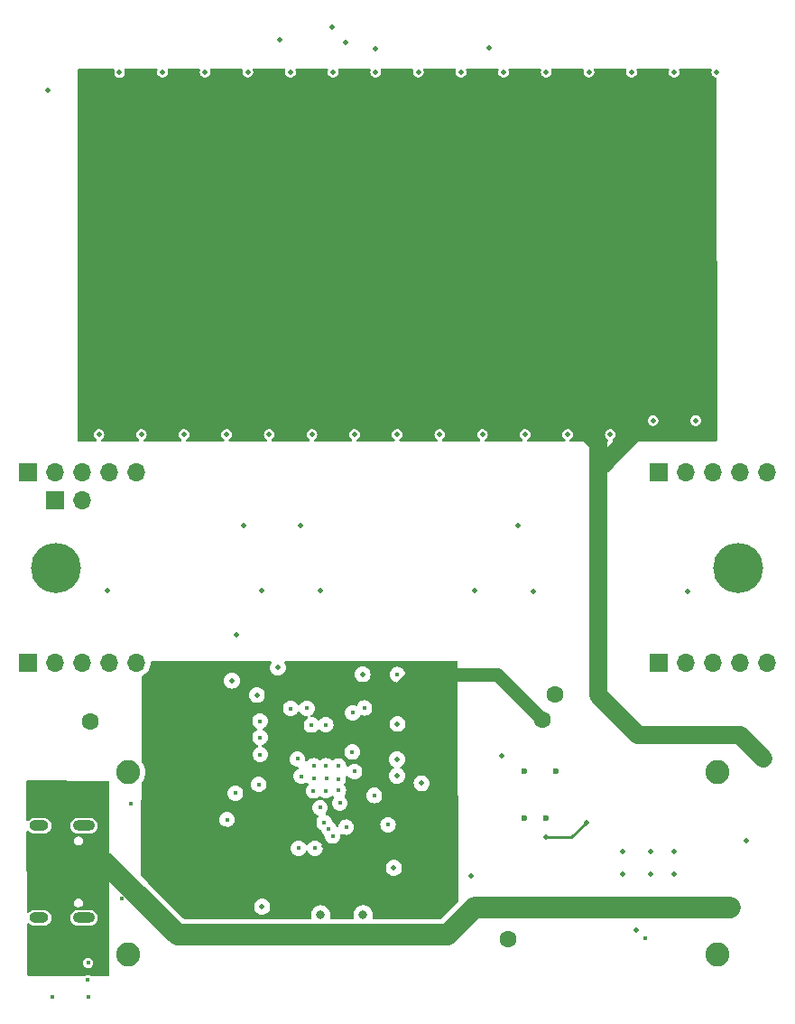
<source format=gbr>
%TF.GenerationSoftware,KiCad,Pcbnew,8.0.5*%
%TF.CreationDate,2025-08-16T16:19:27-04:00*%
%TF.ProjectId,TagTag,54616754-6167-42e6-9b69-6361645f7063,1.2*%
%TF.SameCoordinates,Original*%
%TF.FileFunction,Copper,L3,Inr*%
%TF.FilePolarity,Positive*%
%FSLAX46Y46*%
G04 Gerber Fmt 4.6, Leading zero omitted, Abs format (unit mm)*
G04 Created by KiCad (PCBNEW 8.0.5) date 2025-08-16 16:19:27*
%MOMM*%
%LPD*%
G01*
G04 APERTURE LIST*
%TA.AperFunction,ComponentPad*%
%ADD10C,4.700000*%
%TD*%
%TA.AperFunction,ComponentPad*%
%ADD11O,2.100000X1.000000*%
%TD*%
%TA.AperFunction,ComponentPad*%
%ADD12O,1.800000X1.000000*%
%TD*%
%TA.AperFunction,ComponentPad*%
%ADD13C,2.250000*%
%TD*%
%TA.AperFunction,ComponentPad*%
%ADD14R,1.700000X1.700000*%
%TD*%
%TA.AperFunction,ComponentPad*%
%ADD15O,1.700000X1.700000*%
%TD*%
%TA.AperFunction,ViaPad*%
%ADD16C,0.500000*%
%TD*%
%TA.AperFunction,ViaPad*%
%ADD17C,0.450000*%
%TD*%
%TA.AperFunction,ViaPad*%
%ADD18C,0.600000*%
%TD*%
%TA.AperFunction,ViaPad*%
%ADD19C,1.600000*%
%TD*%
%TA.AperFunction,ViaPad*%
%ADD20C,0.800000*%
%TD*%
%TA.AperFunction,ViaPad*%
%ADD21C,1.000000*%
%TD*%
%TA.AperFunction,Conductor*%
%ADD22C,1.300000*%
%TD*%
%TA.AperFunction,Conductor*%
%ADD23C,2.000000*%
%TD*%
%TA.AperFunction,Conductor*%
%ADD24C,0.400000*%
%TD*%
%TA.AperFunction,Conductor*%
%ADD25C,1.700000*%
%TD*%
%TA.AperFunction,Conductor*%
%ADD26C,0.254000*%
%TD*%
G04 APERTURE END LIST*
D10*
%TO.N,GND*%
%TO.C,H7*%
X160000000Y-108200000D03*
%TD*%
%TO.N,GND*%
%TO.C,H8*%
X224000000Y-108200000D03*
%TD*%
D11*
%TO.N,GND*%
%TO.C,J1*%
X162584795Y-132399783D03*
X162584795Y-141039783D03*
D12*
X158384795Y-132399783D03*
X158384795Y-141039783D03*
%TD*%
D13*
%TO.N,Net-(SW8-B)*%
%TO.C,BT1*%
X166700000Y-127400000D03*
%TO.N,Net-(BT1-Pad-)*%
X222000000Y-127400000D03*
%TD*%
%TO.N,Net-(BT1-Pad-)*%
%TO.C,BT2*%
X221996238Y-144500000D03*
%TO.N,GND*%
X166696238Y-144500000D03*
%TD*%
D14*
%TO.N,/PI_A_3v3*%
%TO.C,WIS3*%
X157340445Y-99300000D03*
D15*
X159880445Y-99300000D03*
%TO.N,/DI_25*%
X162420445Y-99300000D03*
%TO.N,unconnected-(WIS3-Pin_4-Pad4)*%
X164960445Y-99300000D03*
%TO.N,+5V*%
X167500445Y-99300000D03*
%TD*%
D14*
%TO.N,/AN_ADC2*%
%TO.C,WIS4*%
X157340445Y-117090000D03*
D15*
%TO.N,/DI_25*%
X159880445Y-117090000D03*
%TO.N,GND*%
X162420445Y-117090000D03*
%TO.N,/DI_24*%
X164960445Y-117090000D03*
%TO.N,/DI_23*%
X167500445Y-117090000D03*
%TD*%
D14*
%TO.N,GND*%
%TO.C,J2*%
X159843375Y-101866875D03*
D15*
%TO.N,/DI_24*%
X162383375Y-101866875D03*
%TD*%
D14*
%TO.N,/DVI_12*%
%TO.C,WIS2*%
X216503970Y-117090000D03*
D15*
%TO.N,/DVI_13*%
X219043970Y-117090000D03*
%TO.N,GND*%
X221583970Y-117090000D03*
%TO.N,/DVI_14*%
X224123970Y-117090000D03*
%TO.N,/DVI_15*%
X226663970Y-117090000D03*
%TD*%
D14*
%TO.N,/DVI_19*%
%TO.C,WIS1*%
X216520341Y-99300000D03*
D15*
%TO.N,/DVI_18*%
X219060341Y-99300000D03*
%TO.N,GND*%
X221600341Y-99300000D03*
%TO.N,/DVI_17*%
X224140341Y-99300000D03*
%TO.N,/DVI_16*%
X226680341Y-99300000D03*
%TD*%
D16*
%TO.N,GND*%
X188722904Y-118186267D03*
X197961558Y-61742155D03*
X189928868Y-59557707D03*
X180942522Y-58741792D03*
X177961558Y-61742155D03*
D17*
X166984964Y-130366762D03*
D16*
X179246895Y-110383515D03*
X213156925Y-136949868D03*
X165931801Y-61765792D03*
D17*
X179109912Y-124120251D03*
X181987464Y-121407241D03*
X179131177Y-125717630D03*
D16*
X180781372Y-117579810D03*
X179307496Y-139998168D03*
D17*
X186467214Y-129091071D03*
X187805642Y-121810605D03*
X188906955Y-121363098D03*
D16*
X191974171Y-95717974D03*
X205961558Y-61742155D03*
X194277882Y-128424229D03*
X187974171Y-95717974D03*
X192007305Y-122842267D03*
X198930786Y-137065686D03*
X185961558Y-61742155D03*
X211974171Y-95717974D03*
D17*
X185335071Y-127936543D03*
X191120310Y-132303154D03*
D16*
X195974171Y-95717974D03*
D17*
X186452840Y-128020170D03*
D16*
X191967279Y-127737141D03*
D18*
X203875076Y-131664941D03*
D17*
X186467214Y-126791150D03*
X184145732Y-127941110D03*
D16*
X181961558Y-61742155D03*
D17*
X176794973Y-129341366D03*
D16*
X221961558Y-61742155D03*
X171974171Y-95717974D03*
X219241808Y-110418271D03*
X215735860Y-134796415D03*
X219974171Y-94416883D03*
D17*
X176011881Y-131819889D03*
D16*
X179974171Y-95717974D03*
X191669000Y-136339882D03*
X189961558Y-61742155D03*
X203974171Y-95717974D03*
D17*
X163020184Y-148478616D03*
D16*
X183974171Y-95717974D03*
X201961558Y-61742155D03*
X201803990Y-125801786D03*
D17*
X179109912Y-122585792D03*
X185295692Y-126776776D03*
D19*
X206765676Y-120114258D03*
D16*
X164768882Y-110374298D03*
D18*
X205959475Y-131701087D03*
D16*
X173961558Y-61742155D03*
X217945815Y-136961270D03*
X214438119Y-142194953D03*
D20*
X188785464Y-140755019D03*
D16*
X169961558Y-61742155D03*
D17*
X162968835Y-145270891D03*
X183511789Y-121391148D03*
D16*
X215745206Y-136961270D03*
X199239082Y-110389050D03*
D20*
X184792171Y-140755019D03*
D17*
X162968629Y-146868881D03*
D16*
X191957564Y-126181616D03*
X204775267Y-110409403D03*
X217945006Y-134807858D03*
X164002594Y-95717974D03*
D17*
X182725155Y-134505883D03*
X184266169Y-134505883D03*
X184145732Y-126769588D03*
D16*
X207974171Y-95717974D03*
X224727933Y-133785713D03*
X215974171Y-94416883D03*
X217961558Y-61742155D03*
D17*
X178991389Y-128529369D03*
D16*
X213145523Y-134783465D03*
X199974171Y-95717974D03*
X175974171Y-95717974D03*
X213961558Y-61742155D03*
X184760557Y-110374791D03*
D18*
X203863028Y-127267221D03*
D16*
X167974171Y-95717974D03*
D17*
X189832710Y-129559182D03*
X185302879Y-129112632D03*
X184124170Y-129127007D03*
X166121922Y-139261058D03*
D16*
X193961558Y-61742155D03*
X209961558Y-61742155D03*
D18*
X206826971Y-127303366D03*
D17*
%TO.N,+1V1*%
X187970698Y-127320171D03*
X182626266Y-126139149D03*
D19*
%TO.N,/PI_A_3v3*%
X205574715Y-122427598D03*
D17*
X175497496Y-135101424D03*
D16*
X190490972Y-127740155D03*
X177339875Y-131280862D03*
D17*
X180688097Y-122911336D03*
X173457000Y-140697993D03*
X180617096Y-124577127D03*
X182735071Y-122880042D03*
D16*
X170624597Y-138217487D03*
D17*
X176095512Y-128543069D03*
D16*
X185874434Y-57534898D03*
D17*
X159634756Y-148467078D03*
D16*
X185137381Y-134296372D03*
X177482469Y-117433298D03*
X182719340Y-132982489D03*
X191969120Y-124515191D03*
X175896147Y-132724590D03*
X188912809Y-122901229D03*
D21*
%TO.N,/PI_A_USB_PWR_IN*%
X160996319Y-137651307D03*
D17*
X159528803Y-146110209D03*
D19*
X223198278Y-140082185D03*
D21*
X160996319Y-135839166D03*
D19*
X221084042Y-140082185D03*
D17*
%TO.N,/PI_A_LED*%
X191999110Y-118218077D03*
X187197321Y-132536183D03*
D16*
%TO.N,Net-(D5-K)*%
X200584615Y-59487192D03*
X176932084Y-114538849D03*
%TO.N,/5V_PXL*%
X159199504Y-63481802D03*
X176476254Y-118797932D03*
D19*
%TO.N,+5V*%
X225101543Y-124870380D03*
D16*
X200000907Y-61762265D03*
X218354252Y-94206802D03*
X176000907Y-61762265D03*
X180000907Y-61762265D03*
X196000907Y-61762265D03*
D19*
X226353310Y-126122147D03*
D16*
X172000907Y-61762265D03*
X178013520Y-95738084D03*
X194013520Y-95738084D03*
X166013520Y-95738084D03*
X188000907Y-61762265D03*
X182013520Y-95738084D03*
X186013520Y-95738084D03*
X216000907Y-61762265D03*
X202013520Y-95738084D03*
X198013520Y-95738084D03*
X184000907Y-61762265D03*
X212000907Y-61762265D03*
X206013520Y-95738084D03*
X204000907Y-61762265D03*
X220000907Y-61762265D03*
X163971150Y-61785902D03*
X208000907Y-61762265D03*
X170013520Y-95738084D03*
X210013520Y-95738084D03*
X162940146Y-95792120D03*
X168000907Y-61762265D03*
X214013520Y-95738084D03*
X190013520Y-95738084D03*
X192000907Y-61762265D03*
X174013520Y-95738084D03*
D17*
%TO.N,/DO_IR_LED_PI*%
X187756376Y-125484227D03*
X186596532Y-130284738D03*
X185279315Y-122932434D03*
D16*
%TO.N,/DI_IRM_PI*%
X187169704Y-58995823D03*
D17*
X183943995Y-122954593D03*
D16*
%TO.N,+BATT*%
X205950581Y-133488847D03*
D19*
X202373113Y-143042329D03*
X163183999Y-122625168D03*
D16*
X209713531Y-132091847D03*
%TO.N,/DI_BTN_L_PI*%
X177614321Y-104250000D03*
D17*
X185124028Y-132096998D03*
D16*
%TO.N,/DI_BTN_R_PI*%
X182881514Y-104242058D03*
D17*
X185574028Y-132699990D03*
D16*
%TO.N,/DI_BTN_FIRE_PI*%
X203284587Y-104253622D03*
D17*
X185932453Y-133361179D03*
%TO.N,/AN_BATT_MEASURE_PI*%
X182976646Y-127753879D03*
X215221599Y-142974490D03*
%TO.N,/GPIO_PXL_PI*%
X184746570Y-130711445D03*
D16*
X178805646Y-120133961D03*
%TD*%
D22*
%TO.N,/PI_A_3v3*%
X193507525Y-118243508D02*
X192338237Y-119412796D01*
X201390625Y-118243508D02*
X193507525Y-118243508D01*
X205574715Y-122427598D02*
X201390625Y-118243508D01*
D23*
%TO.N,/PI_A_USB_PWR_IN*%
X167446922Y-138727891D02*
X167446922Y-138712225D01*
X196715328Y-142638548D02*
X171357579Y-142638548D01*
X223198278Y-140082185D02*
X221084042Y-140082185D01*
D24*
X160996319Y-135839166D02*
X160996319Y-137651307D01*
D23*
X164573863Y-135839166D02*
X160996319Y-135839166D01*
X199271691Y-140082185D02*
X196715328Y-142638548D01*
X171357579Y-142638548D02*
X167446922Y-138727891D01*
X167446922Y-138712225D02*
X164573863Y-135839166D01*
X221084042Y-140082185D02*
X199271691Y-140082185D01*
D25*
%TO.N,+5V*%
X214013520Y-95789705D02*
X214013520Y-95738084D01*
X224139386Y-123908223D02*
X214553484Y-123908223D01*
X226353310Y-126122147D02*
X224139386Y-123908223D01*
X210850875Y-98067449D02*
X210850875Y-96575439D01*
X210850875Y-96575439D02*
X210013520Y-95738084D01*
X214553484Y-123908223D02*
X210850875Y-120205614D01*
X210850875Y-100032801D02*
X210850875Y-98067449D01*
X210850875Y-120205614D02*
X210850875Y-100032801D01*
X211263666Y-98539559D02*
X214013520Y-95789705D01*
D26*
%TO.N,+BATT*%
X208316958Y-133488420D02*
X205890229Y-133488420D01*
X209713531Y-132091847D02*
X208316958Y-133488420D01*
%TD*%
%TA.AperFunction,Conductor*%
%TO.N,+5V*%
G36*
X221445681Y-61410892D02*
G01*
X221491443Y-61463690D01*
X221501395Y-61532847D01*
X221491450Y-61566725D01*
X221476393Y-61599695D01*
X221476392Y-61599697D01*
X221455911Y-61742155D01*
X221476392Y-61884611D01*
X221536180Y-62015526D01*
X221536181Y-62015528D01*
X221630430Y-62124298D01*
X221751505Y-62202108D01*
X221751508Y-62202109D01*
X221751507Y-62202109D01*
X221891594Y-62243242D01*
X221950373Y-62281016D01*
X221979398Y-62344572D01*
X221980660Y-62362181D01*
X221991138Y-96256737D01*
X221971474Y-96323782D01*
X221918684Y-96369553D01*
X221867129Y-96380775D01*
X212291985Y-96380066D01*
X212224947Y-96360376D01*
X212179196Y-96307569D01*
X212169257Y-96238410D01*
X212198287Y-96174856D01*
X212224951Y-96151753D01*
X212305299Y-96100117D01*
X212399548Y-95991347D01*
X212459336Y-95860431D01*
X212479818Y-95717974D01*
X212459336Y-95575517D01*
X212399548Y-95444601D01*
X212305299Y-95335831D01*
X212184224Y-95258021D01*
X212184222Y-95258020D01*
X212184220Y-95258019D01*
X212184221Y-95258019D01*
X212046134Y-95217474D01*
X212046132Y-95217474D01*
X211902210Y-95217474D01*
X211902207Y-95217474D01*
X211764120Y-95258019D01*
X211643044Y-95335830D01*
X211548794Y-95444600D01*
X211548793Y-95444602D01*
X211489005Y-95575517D01*
X211468524Y-95717974D01*
X211489005Y-95860430D01*
X211548793Y-95991345D01*
X211548794Y-95991347D01*
X211643043Y-96100117D01*
X211723313Y-96151703D01*
X211769068Y-96204507D01*
X211779012Y-96273666D01*
X211749987Y-96337222D01*
X211691209Y-96374996D01*
X211656265Y-96380019D01*
X208292446Y-96379770D01*
X208225408Y-96360080D01*
X208179657Y-96307273D01*
X208169718Y-96238114D01*
X208198748Y-96174560D01*
X208225413Y-96151456D01*
X208305299Y-96100117D01*
X208399548Y-95991347D01*
X208459336Y-95860431D01*
X208479818Y-95717974D01*
X208459336Y-95575517D01*
X208399548Y-95444601D01*
X208305299Y-95335831D01*
X208184224Y-95258021D01*
X208184222Y-95258020D01*
X208184220Y-95258019D01*
X208184221Y-95258019D01*
X208046134Y-95217474D01*
X208046132Y-95217474D01*
X207902210Y-95217474D01*
X207902207Y-95217474D01*
X207764120Y-95258019D01*
X207643044Y-95335830D01*
X207548794Y-95444600D01*
X207548793Y-95444602D01*
X207489005Y-95575517D01*
X207468524Y-95717974D01*
X207489005Y-95860430D01*
X207548793Y-95991345D01*
X207548794Y-95991347D01*
X207643043Y-96100117D01*
X207643045Y-96100118D01*
X207643047Y-96100120D01*
X207722852Y-96151408D01*
X207768607Y-96204212D01*
X207778551Y-96273370D01*
X207749526Y-96336926D01*
X207690748Y-96374700D01*
X207655804Y-96379723D01*
X204292907Y-96379474D01*
X204225869Y-96359784D01*
X204180118Y-96306977D01*
X204170179Y-96237818D01*
X204199209Y-96174264D01*
X204225877Y-96151158D01*
X204225952Y-96151110D01*
X204305299Y-96100117D01*
X204399548Y-95991347D01*
X204459336Y-95860431D01*
X204479818Y-95717974D01*
X204459336Y-95575517D01*
X204399548Y-95444601D01*
X204305299Y-95335831D01*
X204184224Y-95258021D01*
X204184222Y-95258020D01*
X204184220Y-95258019D01*
X204184221Y-95258019D01*
X204046134Y-95217474D01*
X204046132Y-95217474D01*
X203902210Y-95217474D01*
X203902207Y-95217474D01*
X203764120Y-95258019D01*
X203643044Y-95335830D01*
X203548794Y-95444600D01*
X203548793Y-95444602D01*
X203489005Y-95575517D01*
X203468524Y-95717974D01*
X203489005Y-95860430D01*
X203548793Y-95991345D01*
X203548794Y-95991347D01*
X203643043Y-96100117D01*
X203722392Y-96151111D01*
X203768146Y-96203914D01*
X203778090Y-96273072D01*
X203749065Y-96336628D01*
X203690288Y-96374403D01*
X203655343Y-96379426D01*
X200293368Y-96379177D01*
X200226330Y-96359487D01*
X200180579Y-96306680D01*
X200170640Y-96237521D01*
X200199670Y-96173967D01*
X200226333Y-96150865D01*
X200305299Y-96100117D01*
X200399548Y-95991347D01*
X200459336Y-95860431D01*
X200479818Y-95717974D01*
X200459336Y-95575517D01*
X200399548Y-95444601D01*
X200305299Y-95335831D01*
X200184224Y-95258021D01*
X200184222Y-95258020D01*
X200184220Y-95258019D01*
X200184221Y-95258019D01*
X200046134Y-95217474D01*
X200046132Y-95217474D01*
X199902210Y-95217474D01*
X199902207Y-95217474D01*
X199764120Y-95258019D01*
X199643044Y-95335830D01*
X199548794Y-95444600D01*
X199548793Y-95444602D01*
X199489005Y-95575517D01*
X199468524Y-95717974D01*
X199489005Y-95860430D01*
X199548793Y-95991345D01*
X199548794Y-95991347D01*
X199643043Y-96100117D01*
X199721930Y-96150815D01*
X199767685Y-96203618D01*
X199777629Y-96272777D01*
X199748604Y-96336332D01*
X199689826Y-96374107D01*
X199654882Y-96379130D01*
X196293829Y-96378881D01*
X196226791Y-96359191D01*
X196181040Y-96306384D01*
X196171101Y-96237225D01*
X196200131Y-96173671D01*
X196226795Y-96150567D01*
X196305299Y-96100117D01*
X196399548Y-95991347D01*
X196459336Y-95860431D01*
X196479818Y-95717974D01*
X196459336Y-95575517D01*
X196399548Y-95444601D01*
X196305299Y-95335831D01*
X196184224Y-95258021D01*
X196184222Y-95258020D01*
X196184220Y-95258019D01*
X196184221Y-95258019D01*
X196046134Y-95217474D01*
X196046132Y-95217474D01*
X195902210Y-95217474D01*
X195902207Y-95217474D01*
X195764120Y-95258019D01*
X195643044Y-95335830D01*
X195548794Y-95444600D01*
X195548793Y-95444602D01*
X195489005Y-95575517D01*
X195468524Y-95717974D01*
X195489005Y-95860430D01*
X195548793Y-95991345D01*
X195548794Y-95991347D01*
X195643043Y-96100117D01*
X195721469Y-96150518D01*
X195767224Y-96203322D01*
X195777168Y-96272481D01*
X195748143Y-96336037D01*
X195689365Y-96373811D01*
X195654421Y-96378834D01*
X192294290Y-96378585D01*
X192227252Y-96358895D01*
X192181501Y-96306088D01*
X192171562Y-96236929D01*
X192200592Y-96173375D01*
X192227257Y-96150270D01*
X192305299Y-96100117D01*
X192399548Y-95991347D01*
X192459336Y-95860431D01*
X192479818Y-95717974D01*
X192459336Y-95575517D01*
X192399548Y-95444601D01*
X192305299Y-95335831D01*
X192184224Y-95258021D01*
X192184222Y-95258020D01*
X192184220Y-95258019D01*
X192184221Y-95258019D01*
X192046134Y-95217474D01*
X192046132Y-95217474D01*
X191902210Y-95217474D01*
X191902207Y-95217474D01*
X191764120Y-95258019D01*
X191643044Y-95335830D01*
X191548794Y-95444600D01*
X191548793Y-95444602D01*
X191489005Y-95575517D01*
X191468524Y-95717974D01*
X191489005Y-95860430D01*
X191548793Y-95991345D01*
X191548794Y-95991347D01*
X191643043Y-96100117D01*
X191721009Y-96150223D01*
X191766763Y-96203025D01*
X191776707Y-96272183D01*
X191747683Y-96335739D01*
X191688905Y-96373514D01*
X191653960Y-96378537D01*
X188294751Y-96378288D01*
X188227713Y-96358598D01*
X188181962Y-96305791D01*
X188172023Y-96236632D01*
X188201053Y-96173078D01*
X188227719Y-96149974D01*
X188305299Y-96100117D01*
X188399548Y-95991347D01*
X188459336Y-95860431D01*
X188479818Y-95717974D01*
X188459336Y-95575517D01*
X188399548Y-95444601D01*
X188305299Y-95335831D01*
X188184224Y-95258021D01*
X188184222Y-95258020D01*
X188184220Y-95258019D01*
X188184221Y-95258019D01*
X188046134Y-95217474D01*
X188046132Y-95217474D01*
X187902210Y-95217474D01*
X187902207Y-95217474D01*
X187764120Y-95258019D01*
X187643044Y-95335830D01*
X187548794Y-95444600D01*
X187548793Y-95444602D01*
X187489005Y-95575517D01*
X187468524Y-95717974D01*
X187489005Y-95860430D01*
X187548793Y-95991345D01*
X187548794Y-95991347D01*
X187643043Y-96100117D01*
X187643045Y-96100118D01*
X187643047Y-96100120D01*
X187720546Y-96149926D01*
X187766301Y-96202729D01*
X187776245Y-96271888D01*
X187747220Y-96335444D01*
X187688442Y-96373218D01*
X187653498Y-96378241D01*
X184295212Y-96377992D01*
X184228174Y-96358302D01*
X184182423Y-96305495D01*
X184172484Y-96236336D01*
X184201514Y-96172782D01*
X184228177Y-96149679D01*
X184305299Y-96100117D01*
X184399548Y-95991347D01*
X184459336Y-95860431D01*
X184479818Y-95717974D01*
X184459336Y-95575517D01*
X184399548Y-95444601D01*
X184305299Y-95335831D01*
X184184224Y-95258021D01*
X184184222Y-95258020D01*
X184184220Y-95258019D01*
X184184221Y-95258019D01*
X184046134Y-95217474D01*
X184046132Y-95217474D01*
X183902210Y-95217474D01*
X183902207Y-95217474D01*
X183764120Y-95258019D01*
X183643044Y-95335830D01*
X183548794Y-95444600D01*
X183548793Y-95444602D01*
X183489005Y-95575517D01*
X183468524Y-95717974D01*
X183489005Y-95860430D01*
X183548793Y-95991345D01*
X183548794Y-95991347D01*
X183643043Y-96100117D01*
X183643045Y-96100118D01*
X183643044Y-96100118D01*
X183720086Y-96149630D01*
X183765840Y-96202434D01*
X183775784Y-96271592D01*
X183746759Y-96335148D01*
X183687981Y-96372922D01*
X183653037Y-96377945D01*
X180295673Y-96377696D01*
X180228635Y-96358006D01*
X180182884Y-96305199D01*
X180172945Y-96236040D01*
X180201975Y-96172486D01*
X180228639Y-96149382D01*
X180305299Y-96100117D01*
X180399548Y-95991347D01*
X180459336Y-95860431D01*
X180479818Y-95717974D01*
X180459336Y-95575517D01*
X180399548Y-95444601D01*
X180305299Y-95335831D01*
X180184224Y-95258021D01*
X180184222Y-95258020D01*
X180184220Y-95258019D01*
X180184221Y-95258019D01*
X180046134Y-95217474D01*
X180046132Y-95217474D01*
X179902210Y-95217474D01*
X179902207Y-95217474D01*
X179764120Y-95258019D01*
X179643044Y-95335830D01*
X179548794Y-95444600D01*
X179548793Y-95444602D01*
X179489005Y-95575517D01*
X179468524Y-95717974D01*
X179489005Y-95860430D01*
X179548793Y-95991345D01*
X179548794Y-95991347D01*
X179643043Y-96100117D01*
X179719624Y-96149333D01*
X179765379Y-96202136D01*
X179775323Y-96271295D01*
X179746298Y-96334850D01*
X179687520Y-96372625D01*
X179652576Y-96377648D01*
X176296134Y-96377400D01*
X176229096Y-96357710D01*
X176183345Y-96304903D01*
X176173406Y-96235744D01*
X176202436Y-96172190D01*
X176229102Y-96149085D01*
X176305299Y-96100117D01*
X176399548Y-95991347D01*
X176459336Y-95860431D01*
X176479818Y-95717974D01*
X176459336Y-95575517D01*
X176399548Y-95444601D01*
X176305299Y-95335831D01*
X176184224Y-95258021D01*
X176184222Y-95258020D01*
X176184220Y-95258019D01*
X176184221Y-95258019D01*
X176046134Y-95217474D01*
X176046132Y-95217474D01*
X175902210Y-95217474D01*
X175902207Y-95217474D01*
X175764120Y-95258019D01*
X175643044Y-95335830D01*
X175548794Y-95444600D01*
X175548793Y-95444602D01*
X175489005Y-95575517D01*
X175468524Y-95717974D01*
X175489005Y-95860430D01*
X175548793Y-95991345D01*
X175548794Y-95991347D01*
X175643043Y-96100117D01*
X175719163Y-96149036D01*
X175764918Y-96201840D01*
X175774862Y-96270999D01*
X175745837Y-96334555D01*
X175687059Y-96372329D01*
X175652115Y-96377352D01*
X172296595Y-96377103D01*
X172229557Y-96357413D01*
X172183806Y-96304606D01*
X172173867Y-96235447D01*
X172202897Y-96171893D01*
X172229563Y-96148789D01*
X172305299Y-96100117D01*
X172399548Y-95991347D01*
X172459336Y-95860431D01*
X172479818Y-95717974D01*
X172459336Y-95575517D01*
X172399548Y-95444601D01*
X172305299Y-95335831D01*
X172184224Y-95258021D01*
X172184222Y-95258020D01*
X172184220Y-95258019D01*
X172184221Y-95258019D01*
X172046134Y-95217474D01*
X172046132Y-95217474D01*
X171902210Y-95217474D01*
X171902207Y-95217474D01*
X171764120Y-95258019D01*
X171643044Y-95335830D01*
X171548794Y-95444600D01*
X171548793Y-95444602D01*
X171489005Y-95575517D01*
X171468524Y-95717974D01*
X171489005Y-95860430D01*
X171548793Y-95991345D01*
X171548794Y-95991347D01*
X171643043Y-96100117D01*
X171643045Y-96100118D01*
X171643047Y-96100120D01*
X171718702Y-96148741D01*
X171764457Y-96201545D01*
X171774401Y-96270703D01*
X171745376Y-96334259D01*
X171686598Y-96372033D01*
X171651654Y-96377056D01*
X168297056Y-96376807D01*
X168230018Y-96357117D01*
X168184267Y-96304310D01*
X168174328Y-96235151D01*
X168203358Y-96171597D01*
X168230021Y-96148494D01*
X168305299Y-96100117D01*
X168399548Y-95991347D01*
X168459336Y-95860431D01*
X168479818Y-95717974D01*
X168459336Y-95575517D01*
X168399548Y-95444601D01*
X168305299Y-95335831D01*
X168184224Y-95258021D01*
X168184222Y-95258020D01*
X168184220Y-95258019D01*
X168184221Y-95258019D01*
X168046134Y-95217474D01*
X168046132Y-95217474D01*
X167902210Y-95217474D01*
X167902207Y-95217474D01*
X167764120Y-95258019D01*
X167643044Y-95335830D01*
X167548794Y-95444600D01*
X167548793Y-95444602D01*
X167489005Y-95575517D01*
X167468524Y-95717974D01*
X167489005Y-95860430D01*
X167548793Y-95991345D01*
X167548794Y-95991347D01*
X167643043Y-96100117D01*
X167718242Y-96148444D01*
X167763996Y-96201247D01*
X167773940Y-96270405D01*
X167744915Y-96333961D01*
X167686138Y-96371736D01*
X167651193Y-96376759D01*
X164325936Y-96376513D01*
X164258898Y-96356823D01*
X164213147Y-96304016D01*
X164203208Y-96234857D01*
X164232238Y-96171303D01*
X164258904Y-96148199D01*
X164333722Y-96100117D01*
X164427971Y-95991347D01*
X164487759Y-95860431D01*
X164508241Y-95717974D01*
X164487759Y-95575517D01*
X164427971Y-95444601D01*
X164333722Y-95335831D01*
X164212647Y-95258021D01*
X164212645Y-95258020D01*
X164212643Y-95258019D01*
X164212644Y-95258019D01*
X164074557Y-95217474D01*
X164074555Y-95217474D01*
X163930633Y-95217474D01*
X163930630Y-95217474D01*
X163792543Y-95258019D01*
X163671467Y-95335830D01*
X163577217Y-95444600D01*
X163577216Y-95444602D01*
X163517428Y-95575517D01*
X163496947Y-95717974D01*
X163517428Y-95860430D01*
X163577216Y-95991345D01*
X163577217Y-95991347D01*
X163671466Y-96100117D01*
X163746206Y-96148149D01*
X163791961Y-96200953D01*
X163801905Y-96270112D01*
X163772880Y-96333667D01*
X163714102Y-96371442D01*
X163679158Y-96376465D01*
X162120889Y-96376350D01*
X162053851Y-96356660D01*
X162008100Y-96303853D01*
X161996898Y-96252446D01*
X161996887Y-96237818D01*
X161995478Y-94416883D01*
X215468524Y-94416883D01*
X215489005Y-94559339D01*
X215548793Y-94690254D01*
X215548794Y-94690256D01*
X215643043Y-94799026D01*
X215764118Y-94876836D01*
X215764121Y-94876837D01*
X215764120Y-94876837D01*
X215902207Y-94917382D01*
X215902209Y-94917383D01*
X215902210Y-94917383D01*
X216046133Y-94917383D01*
X216046133Y-94917382D01*
X216184224Y-94876836D01*
X216305299Y-94799026D01*
X216399548Y-94690256D01*
X216459336Y-94559340D01*
X216479818Y-94416883D01*
X219468524Y-94416883D01*
X219489005Y-94559339D01*
X219548793Y-94690254D01*
X219548794Y-94690256D01*
X219643043Y-94799026D01*
X219764118Y-94876836D01*
X219764121Y-94876837D01*
X219764120Y-94876837D01*
X219902207Y-94917382D01*
X219902209Y-94917383D01*
X219902210Y-94917383D01*
X220046133Y-94917383D01*
X220046133Y-94917382D01*
X220184224Y-94876836D01*
X220305299Y-94799026D01*
X220399548Y-94690256D01*
X220459336Y-94559340D01*
X220479818Y-94416883D01*
X220459336Y-94274426D01*
X220399548Y-94143510D01*
X220305299Y-94034740D01*
X220184224Y-93956930D01*
X220184222Y-93956929D01*
X220184220Y-93956928D01*
X220184221Y-93956928D01*
X220046134Y-93916383D01*
X220046132Y-93916383D01*
X219902210Y-93916383D01*
X219902207Y-93916383D01*
X219764120Y-93956928D01*
X219643044Y-94034739D01*
X219548794Y-94143509D01*
X219548793Y-94143511D01*
X219489005Y-94274426D01*
X219468524Y-94416883D01*
X216479818Y-94416883D01*
X216459336Y-94274426D01*
X216399548Y-94143510D01*
X216305299Y-94034740D01*
X216184224Y-93956930D01*
X216184222Y-93956929D01*
X216184220Y-93956928D01*
X216184221Y-93956928D01*
X216046134Y-93916383D01*
X216046132Y-93916383D01*
X215902210Y-93916383D01*
X215902207Y-93916383D01*
X215764120Y-93956928D01*
X215643044Y-94034739D01*
X215548794Y-94143509D01*
X215548793Y-94143511D01*
X215489005Y-94274426D01*
X215468524Y-94416883D01*
X161995478Y-94416883D01*
X161970031Y-61523059D01*
X161989664Y-61456008D01*
X162042432Y-61410213D01*
X162094011Y-61398967D01*
X165356336Y-61398541D01*
X165423374Y-61418216D01*
X165469136Y-61471014D01*
X165479088Y-61540171D01*
X165469143Y-61574050D01*
X165446635Y-61623335D01*
X165426154Y-61765792D01*
X165446635Y-61908248D01*
X165495628Y-62015526D01*
X165506424Y-62039165D01*
X165600673Y-62147935D01*
X165721748Y-62225745D01*
X165721751Y-62225746D01*
X165721750Y-62225746D01*
X165859837Y-62266291D01*
X165859839Y-62266292D01*
X165859840Y-62266292D01*
X166003763Y-62266292D01*
X166003763Y-62266291D01*
X166141854Y-62225745D01*
X166262929Y-62147935D01*
X166357178Y-62039165D01*
X166416966Y-61908249D01*
X166437448Y-61765792D01*
X166416966Y-61623335D01*
X166394389Y-61573900D01*
X166384446Y-61504744D01*
X166413470Y-61441188D01*
X166472248Y-61403413D01*
X166507162Y-61398390D01*
X169375537Y-61398015D01*
X169442577Y-61417691D01*
X169488339Y-61470489D01*
X169498291Y-61539646D01*
X169488345Y-61573527D01*
X169476392Y-61599698D01*
X169455911Y-61742155D01*
X169476392Y-61884611D01*
X169536180Y-62015526D01*
X169536181Y-62015528D01*
X169630430Y-62124298D01*
X169751505Y-62202108D01*
X169751508Y-62202109D01*
X169751507Y-62202109D01*
X169889594Y-62242654D01*
X169889596Y-62242655D01*
X169889597Y-62242655D01*
X170033520Y-62242655D01*
X170033520Y-62242654D01*
X170171611Y-62202108D01*
X170292686Y-62124298D01*
X170386935Y-62015528D01*
X170446723Y-61884612D01*
X170467205Y-61742155D01*
X170446723Y-61599698D01*
X170434699Y-61573371D01*
X170424757Y-61504213D01*
X170453783Y-61440658D01*
X170512561Y-61402884D01*
X170547468Y-61397862D01*
X173375775Y-61397492D01*
X173442815Y-61417168D01*
X173488577Y-61469966D01*
X173498529Y-61539123D01*
X173488584Y-61573001D01*
X173476393Y-61599695D01*
X173476392Y-61599697D01*
X173455911Y-61742155D01*
X173476392Y-61884611D01*
X173536180Y-62015526D01*
X173536181Y-62015528D01*
X173630430Y-62124298D01*
X173751505Y-62202108D01*
X173751508Y-62202109D01*
X173751507Y-62202109D01*
X173889594Y-62242654D01*
X173889596Y-62242655D01*
X173889597Y-62242655D01*
X174033520Y-62242655D01*
X174033520Y-62242654D01*
X174171611Y-62202108D01*
X174292686Y-62124298D01*
X174386935Y-62015528D01*
X174446723Y-61884612D01*
X174467205Y-61742155D01*
X174446723Y-61599698D01*
X174434460Y-61572847D01*
X174424518Y-61503691D01*
X174453543Y-61440135D01*
X174512322Y-61402361D01*
X174547228Y-61397339D01*
X177376014Y-61396969D01*
X177443054Y-61416645D01*
X177488816Y-61469443D01*
X177498768Y-61538600D01*
X177488823Y-61572479D01*
X177476392Y-61599698D01*
X177455911Y-61742155D01*
X177476392Y-61884611D01*
X177536180Y-62015526D01*
X177536181Y-62015528D01*
X177630430Y-62124298D01*
X177751505Y-62202108D01*
X177751508Y-62202109D01*
X177751507Y-62202109D01*
X177889594Y-62242654D01*
X177889596Y-62242655D01*
X177889597Y-62242655D01*
X178033520Y-62242655D01*
X178033520Y-62242654D01*
X178171611Y-62202108D01*
X178292686Y-62124298D01*
X178386935Y-62015528D01*
X178446723Y-61884612D01*
X178467205Y-61742155D01*
X178446723Y-61599698D01*
X178435010Y-61574050D01*
X178434223Y-61572326D01*
X178424279Y-61503168D01*
X178453304Y-61439612D01*
X178512082Y-61401838D01*
X178546989Y-61396816D01*
X181376253Y-61396446D01*
X181443293Y-61416122D01*
X181489055Y-61468920D01*
X181499007Y-61538077D01*
X181489062Y-61571956D01*
X181476392Y-61599698D01*
X181455911Y-61742155D01*
X181476392Y-61884611D01*
X181536180Y-62015526D01*
X181536181Y-62015528D01*
X181630430Y-62124298D01*
X181751505Y-62202108D01*
X181751508Y-62202109D01*
X181751507Y-62202109D01*
X181889594Y-62242654D01*
X181889596Y-62242655D01*
X181889597Y-62242655D01*
X182033520Y-62242655D01*
X182033520Y-62242654D01*
X182171611Y-62202108D01*
X182292686Y-62124298D01*
X182386935Y-62015528D01*
X182446723Y-61884612D01*
X182467205Y-61742155D01*
X182446723Y-61599698D01*
X182433983Y-61571803D01*
X182424040Y-61502645D01*
X182453065Y-61439090D01*
X182511843Y-61401315D01*
X182546750Y-61396293D01*
X185376492Y-61395923D01*
X185443532Y-61415599D01*
X185489294Y-61468397D01*
X185499246Y-61537554D01*
X185489301Y-61571433D01*
X185488894Y-61572326D01*
X185476392Y-61599699D01*
X185455911Y-61742155D01*
X185476392Y-61884611D01*
X185536180Y-62015526D01*
X185536181Y-62015528D01*
X185630430Y-62124298D01*
X185751505Y-62202108D01*
X185751508Y-62202109D01*
X185751507Y-62202109D01*
X185889594Y-62242654D01*
X185889596Y-62242655D01*
X185889597Y-62242655D01*
X186033520Y-62242655D01*
X186033520Y-62242654D01*
X186171611Y-62202108D01*
X186292686Y-62124298D01*
X186386935Y-62015528D01*
X186446723Y-61884612D01*
X186467205Y-61742155D01*
X186446723Y-61599698D01*
X186433744Y-61571280D01*
X186423801Y-61502123D01*
X186452825Y-61438567D01*
X186511603Y-61400792D01*
X186546510Y-61395770D01*
X189376731Y-61395400D01*
X189443771Y-61415076D01*
X189489533Y-61467874D01*
X189499485Y-61537031D01*
X189489540Y-61570909D01*
X189488894Y-61572326D01*
X189476392Y-61599700D01*
X189455911Y-61742155D01*
X189476392Y-61884611D01*
X189536180Y-62015526D01*
X189536181Y-62015528D01*
X189630430Y-62124298D01*
X189751505Y-62202108D01*
X189751508Y-62202109D01*
X189751507Y-62202109D01*
X189889594Y-62242654D01*
X189889596Y-62242655D01*
X189889597Y-62242655D01*
X190033520Y-62242655D01*
X190033520Y-62242654D01*
X190171611Y-62202108D01*
X190292686Y-62124298D01*
X190386935Y-62015528D01*
X190446723Y-61884612D01*
X190467205Y-61742155D01*
X190446723Y-61599698D01*
X190433505Y-61570756D01*
X190423562Y-61501600D01*
X190452586Y-61438044D01*
X190511364Y-61400269D01*
X190546271Y-61395247D01*
X193376970Y-61394877D01*
X193444010Y-61414553D01*
X193489772Y-61467351D01*
X193499724Y-61536508D01*
X193489778Y-61570388D01*
X193476393Y-61599696D01*
X193476392Y-61599697D01*
X193455911Y-61742155D01*
X193476392Y-61884611D01*
X193536180Y-62015526D01*
X193536181Y-62015528D01*
X193630430Y-62124298D01*
X193751505Y-62202108D01*
X193751508Y-62202109D01*
X193751507Y-62202109D01*
X193889594Y-62242654D01*
X193889596Y-62242655D01*
X193889597Y-62242655D01*
X194033520Y-62242655D01*
X194033520Y-62242654D01*
X194171611Y-62202108D01*
X194292686Y-62124298D01*
X194386935Y-62015528D01*
X194446723Y-61884612D01*
X194467205Y-61742155D01*
X194446723Y-61599698D01*
X194433267Y-61570235D01*
X194423324Y-61501077D01*
X194452349Y-61437521D01*
X194511127Y-61399747D01*
X194546039Y-61394724D01*
X197377208Y-61394354D01*
X197444248Y-61414030D01*
X197490010Y-61466828D01*
X197499962Y-61535985D01*
X197490017Y-61569863D01*
X197476393Y-61599695D01*
X197476392Y-61599697D01*
X197455911Y-61742155D01*
X197476392Y-61884611D01*
X197536180Y-62015526D01*
X197536181Y-62015528D01*
X197630430Y-62124298D01*
X197751505Y-62202108D01*
X197751508Y-62202109D01*
X197751507Y-62202109D01*
X197889594Y-62242654D01*
X197889596Y-62242655D01*
X197889597Y-62242655D01*
X198033520Y-62242655D01*
X198033520Y-62242654D01*
X198171611Y-62202108D01*
X198292686Y-62124298D01*
X198386935Y-62015528D01*
X198446723Y-61884612D01*
X198467205Y-61742155D01*
X198446723Y-61599698D01*
X198433028Y-61569712D01*
X198423085Y-61500555D01*
X198452110Y-61436999D01*
X198510888Y-61399224D01*
X198545800Y-61394201D01*
X201377447Y-61393831D01*
X201444487Y-61413507D01*
X201490249Y-61466305D01*
X201500201Y-61535462D01*
X201490256Y-61569341D01*
X201476392Y-61599698D01*
X201455911Y-61742155D01*
X201476392Y-61884611D01*
X201536180Y-62015526D01*
X201536181Y-62015528D01*
X201630430Y-62124298D01*
X201751505Y-62202108D01*
X201751508Y-62202109D01*
X201751507Y-62202109D01*
X201889594Y-62242654D01*
X201889596Y-62242655D01*
X201889597Y-62242655D01*
X202033520Y-62242655D01*
X202033520Y-62242654D01*
X202171611Y-62202108D01*
X202292686Y-62124298D01*
X202386935Y-62015528D01*
X202446723Y-61884612D01*
X202467205Y-61742155D01*
X202446723Y-61599698D01*
X202432789Y-61569189D01*
X202422846Y-61500032D01*
X202451870Y-61436476D01*
X202510648Y-61398701D01*
X202545561Y-61393678D01*
X205377686Y-61393308D01*
X205444726Y-61412984D01*
X205490488Y-61465782D01*
X205500440Y-61534939D01*
X205490495Y-61568818D01*
X205476392Y-61599698D01*
X205455911Y-61742155D01*
X205476392Y-61884611D01*
X205536180Y-62015526D01*
X205536181Y-62015528D01*
X205630430Y-62124298D01*
X205751505Y-62202108D01*
X205751508Y-62202109D01*
X205751507Y-62202109D01*
X205889594Y-62242654D01*
X205889596Y-62242655D01*
X205889597Y-62242655D01*
X206033520Y-62242655D01*
X206033520Y-62242654D01*
X206171611Y-62202108D01*
X206292686Y-62124298D01*
X206386935Y-62015528D01*
X206446723Y-61884612D01*
X206467205Y-61742155D01*
X206446723Y-61599698D01*
X206432550Y-61568665D01*
X206422607Y-61499509D01*
X206451631Y-61435953D01*
X206510409Y-61398178D01*
X206545321Y-61393156D01*
X209377925Y-61392785D01*
X209444965Y-61412461D01*
X209490727Y-61465259D01*
X209500679Y-61534416D01*
X209490734Y-61568295D01*
X209476392Y-61599698D01*
X209455911Y-61742155D01*
X209476392Y-61884611D01*
X209536180Y-62015526D01*
X209536181Y-62015528D01*
X209630430Y-62124298D01*
X209751505Y-62202108D01*
X209751508Y-62202109D01*
X209751507Y-62202109D01*
X209889594Y-62242654D01*
X209889596Y-62242655D01*
X209889597Y-62242655D01*
X210033520Y-62242655D01*
X210033520Y-62242654D01*
X210171611Y-62202108D01*
X210292686Y-62124298D01*
X210386935Y-62015528D01*
X210446723Y-61884612D01*
X210467205Y-61742155D01*
X210446723Y-61599698D01*
X210432311Y-61568141D01*
X210422368Y-61498987D01*
X210451392Y-61435431D01*
X210510169Y-61397655D01*
X210545082Y-61392633D01*
X213378164Y-61392262D01*
X213445204Y-61411938D01*
X213490966Y-61464736D01*
X213500918Y-61533893D01*
X213490973Y-61567771D01*
X213488894Y-61572326D01*
X213476392Y-61599700D01*
X213455911Y-61742155D01*
X213476392Y-61884611D01*
X213536180Y-62015526D01*
X213536181Y-62015528D01*
X213630430Y-62124298D01*
X213751505Y-62202108D01*
X213751508Y-62202109D01*
X213751507Y-62202109D01*
X213889594Y-62242654D01*
X213889596Y-62242655D01*
X213889597Y-62242655D01*
X214033520Y-62242655D01*
X214033520Y-62242654D01*
X214171611Y-62202108D01*
X214292686Y-62124298D01*
X214386935Y-62015528D01*
X214446723Y-61884612D01*
X214467205Y-61742155D01*
X214446723Y-61599698D01*
X214432072Y-61567619D01*
X214422130Y-61498462D01*
X214451155Y-61434906D01*
X214509934Y-61397132D01*
X214544844Y-61392110D01*
X217378403Y-61391739D01*
X217445443Y-61411415D01*
X217491205Y-61464213D01*
X217501157Y-61533370D01*
X217491211Y-61567250D01*
X217476393Y-61599696D01*
X217476392Y-61599697D01*
X217455911Y-61742155D01*
X217476392Y-61884611D01*
X217536180Y-62015526D01*
X217536181Y-62015528D01*
X217630430Y-62124298D01*
X217751505Y-62202108D01*
X217751508Y-62202109D01*
X217751507Y-62202109D01*
X217889594Y-62242654D01*
X217889596Y-62242655D01*
X217889597Y-62242655D01*
X218033520Y-62242655D01*
X218033520Y-62242654D01*
X218171611Y-62202108D01*
X218292686Y-62124298D01*
X218386935Y-62015528D01*
X218446723Y-61884612D01*
X218467205Y-61742155D01*
X218446723Y-61599698D01*
X218435010Y-61574050D01*
X218431835Y-61567097D01*
X218421891Y-61497939D01*
X218450916Y-61434383D01*
X218509694Y-61396609D01*
X218544604Y-61391587D01*
X221378641Y-61391216D01*
X221445681Y-61410892D01*
G37*
%TD.AperFunction*%
%TD*%
%TA.AperFunction,Conductor*%
%TO.N,/PI_A_USB_PWR_IN*%
G36*
X164829250Y-128178839D02*
G01*
X164896207Y-128198803D01*
X164941741Y-128251797D01*
X164952733Y-128302794D01*
X164959206Y-146357620D01*
X164939545Y-146424666D01*
X164886758Y-146470440D01*
X164834979Y-146481664D01*
X163277371Y-146478816D01*
X163210560Y-146459132D01*
X163168188Y-146431902D01*
X163036997Y-146393381D01*
X163036996Y-146393381D01*
X162900262Y-146393381D01*
X162900261Y-146393381D01*
X162769071Y-146431901D01*
X162769067Y-146431903D01*
X162728449Y-146458006D01*
X162661409Y-146477689D01*
X162661185Y-146477689D01*
X157389529Y-146468050D01*
X157322526Y-146448243D01*
X157276868Y-146395355D01*
X157265758Y-146344698D01*
X157262630Y-145746391D01*
X157260144Y-145270891D01*
X162488445Y-145270891D01*
X162507903Y-145406228D01*
X162507905Y-145406236D01*
X162564702Y-145530605D01*
X162564707Y-145530612D01*
X162654244Y-145633944D01*
X162654248Y-145633948D01*
X162714814Y-145672870D01*
X162769274Y-145707869D01*
X162834871Y-145727130D01*
X162900467Y-145746391D01*
X162900468Y-145746391D01*
X163037202Y-145746391D01*
X163168396Y-145707869D01*
X163283424Y-145633946D01*
X163372965Y-145530609D01*
X163429766Y-145406233D01*
X163449225Y-145270891D01*
X163429766Y-145135549D01*
X163417512Y-145108718D01*
X163372967Y-145011176D01*
X163372962Y-145011169D01*
X163283425Y-144907837D01*
X163283421Y-144907833D01*
X163168394Y-144833912D01*
X163037203Y-144795391D01*
X163037202Y-144795391D01*
X162900468Y-144795391D01*
X162900467Y-144795391D01*
X162769275Y-144833912D01*
X162654248Y-144907833D01*
X162654244Y-144907837D01*
X162564707Y-145011169D01*
X162564702Y-145011176D01*
X162507905Y-145135545D01*
X162507903Y-145135553D01*
X162488445Y-145270891D01*
X157260144Y-145270891D01*
X157241256Y-141657619D01*
X157260590Y-141590479D01*
X157313154Y-141544448D01*
X157382259Y-141534144D01*
X157445966Y-141562836D01*
X157452935Y-141569291D01*
X157506375Y-141622731D01*
X157506379Y-141622734D01*
X157629293Y-141704863D01*
X157629306Y-141704870D01*
X157765877Y-141761439D01*
X157765882Y-141761441D01*
X157765886Y-141761441D01*
X157765887Y-141761442D01*
X157910874Y-141790283D01*
X157910877Y-141790283D01*
X158858715Y-141790283D01*
X158956257Y-141770879D01*
X159003708Y-141761441D01*
X159140290Y-141704867D01*
X159263211Y-141622734D01*
X159367746Y-141518199D01*
X159449879Y-141395278D01*
X159506453Y-141258696D01*
X159535295Y-141113703D01*
X161284294Y-141113703D01*
X161313135Y-141258690D01*
X161313138Y-141258700D01*
X161369707Y-141395271D01*
X161369714Y-141395284D01*
X161451843Y-141518198D01*
X161451846Y-141518202D01*
X161556375Y-141622731D01*
X161556379Y-141622734D01*
X161679293Y-141704863D01*
X161679306Y-141704870D01*
X161815877Y-141761439D01*
X161815882Y-141761441D01*
X161815886Y-141761441D01*
X161815887Y-141761442D01*
X161960874Y-141790283D01*
X161960877Y-141790283D01*
X163208715Y-141790283D01*
X163306257Y-141770879D01*
X163353708Y-141761441D01*
X163490290Y-141704867D01*
X163613211Y-141622734D01*
X163717746Y-141518199D01*
X163799879Y-141395278D01*
X163856453Y-141258696D01*
X163885295Y-141113701D01*
X163885295Y-140965865D01*
X163885295Y-140965862D01*
X163856454Y-140820875D01*
X163856453Y-140820874D01*
X163856453Y-140820870D01*
X163856451Y-140820865D01*
X163799882Y-140684294D01*
X163799875Y-140684281D01*
X163717746Y-140561367D01*
X163717743Y-140561363D01*
X163613214Y-140456834D01*
X163613210Y-140456831D01*
X163490296Y-140374702D01*
X163490283Y-140374695D01*
X163353712Y-140318126D01*
X163353702Y-140318123D01*
X163208715Y-140289283D01*
X163208713Y-140289283D01*
X161960877Y-140289283D01*
X161960875Y-140289283D01*
X161815887Y-140318123D01*
X161815877Y-140318126D01*
X161679306Y-140374695D01*
X161679293Y-140374702D01*
X161556379Y-140456831D01*
X161556375Y-140456834D01*
X161451846Y-140561363D01*
X161451843Y-140561367D01*
X161369714Y-140684281D01*
X161369707Y-140684294D01*
X161313138Y-140820865D01*
X161313135Y-140820875D01*
X161284295Y-140965862D01*
X161284295Y-140965865D01*
X161284295Y-141113701D01*
X161284295Y-141113703D01*
X161284294Y-141113703D01*
X159535295Y-141113703D01*
X159535295Y-141113701D01*
X159535295Y-140965865D01*
X159535295Y-140965862D01*
X159506454Y-140820875D01*
X159506453Y-140820874D01*
X159506453Y-140820870D01*
X159506451Y-140820865D01*
X159449882Y-140684294D01*
X159449875Y-140684281D01*
X159367746Y-140561367D01*
X159367743Y-140561363D01*
X159263214Y-140456834D01*
X159263210Y-140456831D01*
X159140296Y-140374702D01*
X159140283Y-140374695D01*
X159003712Y-140318126D01*
X159003702Y-140318123D01*
X158858715Y-140289283D01*
X158858713Y-140289283D01*
X157910877Y-140289283D01*
X157910875Y-140289283D01*
X157765887Y-140318123D01*
X157765877Y-140318126D01*
X157629306Y-140374695D01*
X157629293Y-140374702D01*
X157506379Y-140456831D01*
X157446515Y-140516695D01*
X157385191Y-140550179D01*
X157315500Y-140545194D01*
X157259566Y-140503323D01*
X157235150Y-140437858D01*
X157234837Y-140429692D01*
X157230258Y-139553765D01*
X161639295Y-139553765D01*
X161639295Y-139665801D01*
X161668292Y-139774020D01*
X161724310Y-139871046D01*
X161803532Y-139950268D01*
X161900558Y-140006286D01*
X162008777Y-140035283D01*
X162008779Y-140035283D01*
X162120811Y-140035283D01*
X162120813Y-140035283D01*
X162229032Y-140006286D01*
X162326058Y-139950268D01*
X162405280Y-139871046D01*
X162461298Y-139774020D01*
X162490295Y-139665801D01*
X162490295Y-139553765D01*
X162461298Y-139445546D01*
X162405280Y-139348520D01*
X162326058Y-139269298D01*
X162229032Y-139213280D01*
X162120813Y-139184283D01*
X162008777Y-139184283D01*
X161900558Y-139213280D01*
X161900555Y-139213281D01*
X161803535Y-139269296D01*
X161803529Y-139269300D01*
X161724312Y-139348517D01*
X161724308Y-139348523D01*
X161668293Y-139445543D01*
X161668292Y-139445546D01*
X161639295Y-139553765D01*
X157230258Y-139553765D01*
X157200042Y-133773765D01*
X161639295Y-133773765D01*
X161639295Y-133885801D01*
X161668292Y-133994020D01*
X161724310Y-134091046D01*
X161803532Y-134170268D01*
X161900558Y-134226286D01*
X162008777Y-134255283D01*
X162008779Y-134255283D01*
X162120811Y-134255283D01*
X162120813Y-134255283D01*
X162229032Y-134226286D01*
X162326058Y-134170268D01*
X162405280Y-134091046D01*
X162461298Y-133994020D01*
X162490295Y-133885801D01*
X162490295Y-133773765D01*
X162461298Y-133665546D01*
X162405280Y-133568520D01*
X162326058Y-133489298D01*
X162229032Y-133433280D01*
X162120813Y-133404283D01*
X162008777Y-133404283D01*
X161900558Y-133433280D01*
X161900555Y-133433281D01*
X161803535Y-133489296D01*
X161803529Y-133489300D01*
X161724312Y-133568517D01*
X161724308Y-133568523D01*
X161668293Y-133665543D01*
X161668292Y-133665546D01*
X161639295Y-133773765D01*
X157200042Y-133773765D01*
X157195852Y-132972213D01*
X157215186Y-132905075D01*
X157267750Y-132859044D01*
X157336855Y-132848740D01*
X157400562Y-132877432D01*
X157407531Y-132883887D01*
X157506375Y-132982731D01*
X157506379Y-132982734D01*
X157629293Y-133064863D01*
X157629306Y-133064870D01*
X157765877Y-133121439D01*
X157765882Y-133121441D01*
X157765886Y-133121441D01*
X157765887Y-133121442D01*
X157910874Y-133150283D01*
X157910877Y-133150283D01*
X158858715Y-133150283D01*
X158956257Y-133130879D01*
X159003708Y-133121441D01*
X159140290Y-133064867D01*
X159263211Y-132982734D01*
X159367746Y-132878199D01*
X159449879Y-132755278D01*
X159506453Y-132618696D01*
X159535295Y-132473703D01*
X161284294Y-132473703D01*
X161313135Y-132618690D01*
X161313138Y-132618700D01*
X161369707Y-132755271D01*
X161369714Y-132755284D01*
X161451843Y-132878198D01*
X161451846Y-132878202D01*
X161556375Y-132982731D01*
X161556379Y-132982734D01*
X161679293Y-133064863D01*
X161679306Y-133064870D01*
X161815877Y-133121439D01*
X161815882Y-133121441D01*
X161815886Y-133121441D01*
X161815887Y-133121442D01*
X161960874Y-133150283D01*
X161960877Y-133150283D01*
X163208715Y-133150283D01*
X163306257Y-133130879D01*
X163353708Y-133121441D01*
X163490290Y-133064867D01*
X163613211Y-132982734D01*
X163717746Y-132878199D01*
X163799879Y-132755278D01*
X163856453Y-132618696D01*
X163885295Y-132473701D01*
X163885295Y-132325865D01*
X163885295Y-132325862D01*
X163856454Y-132180875D01*
X163856453Y-132180874D01*
X163856453Y-132180870D01*
X163856451Y-132180865D01*
X163799882Y-132044294D01*
X163799875Y-132044281D01*
X163717746Y-131921367D01*
X163717743Y-131921363D01*
X163613214Y-131816834D01*
X163613210Y-131816831D01*
X163490296Y-131734702D01*
X163490283Y-131734695D01*
X163353712Y-131678126D01*
X163353702Y-131678123D01*
X163208715Y-131649283D01*
X163208713Y-131649283D01*
X161960877Y-131649283D01*
X161960875Y-131649283D01*
X161815887Y-131678123D01*
X161815877Y-131678126D01*
X161679306Y-131734695D01*
X161679293Y-131734702D01*
X161556379Y-131816831D01*
X161556375Y-131816834D01*
X161451846Y-131921363D01*
X161451843Y-131921367D01*
X161369714Y-132044281D01*
X161369707Y-132044294D01*
X161313138Y-132180865D01*
X161313135Y-132180875D01*
X161284295Y-132325862D01*
X161284295Y-132325865D01*
X161284295Y-132473701D01*
X161284295Y-132473703D01*
X161284294Y-132473703D01*
X159535295Y-132473703D01*
X159535295Y-132473701D01*
X159535295Y-132325865D01*
X159535295Y-132325862D01*
X159506454Y-132180875D01*
X159506453Y-132180874D01*
X159506453Y-132180870D01*
X159506451Y-132180865D01*
X159449882Y-132044294D01*
X159449875Y-132044281D01*
X159367746Y-131921367D01*
X159367743Y-131921363D01*
X159263214Y-131816834D01*
X159263210Y-131816831D01*
X159140296Y-131734702D01*
X159140283Y-131734695D01*
X159003712Y-131678126D01*
X159003702Y-131678123D01*
X158858715Y-131649283D01*
X158858713Y-131649283D01*
X157910877Y-131649283D01*
X157910875Y-131649283D01*
X157765887Y-131678123D01*
X157765877Y-131678126D01*
X157629306Y-131734695D01*
X157629293Y-131734702D01*
X157506379Y-131816831D01*
X157401584Y-131921626D01*
X157340261Y-131955110D01*
X157270569Y-131950126D01*
X157214636Y-131908254D01*
X157190219Y-131842789D01*
X157189905Y-131834612D01*
X157171282Y-128272068D01*
X157190616Y-128204929D01*
X157243180Y-128158898D01*
X157295792Y-128147423D01*
X164829250Y-128178839D01*
G37*
%TD.AperFunction*%
%TD*%
%TA.AperFunction,Conductor*%
%TO.N,/PI_A_3v3*%
G36*
X180122102Y-116987711D02*
G01*
X180167857Y-117040515D01*
X180177801Y-117109673D01*
X180160057Y-117157998D01*
X180100917Y-117252117D01*
X180045057Y-117411753D01*
X180026123Y-117579807D01*
X180026123Y-117579812D01*
X180045057Y-117747866D01*
X180100917Y-117907504D01*
X180100919Y-117907507D01*
X180190890Y-118050694D01*
X180190895Y-118050700D01*
X180310481Y-118170286D01*
X180310487Y-118170291D01*
X180453674Y-118260262D01*
X180453677Y-118260264D01*
X180453681Y-118260265D01*
X180453682Y-118260266D01*
X180526285Y-118285670D01*
X180613315Y-118316124D01*
X180781369Y-118335059D01*
X180781372Y-118335059D01*
X180781375Y-118335059D01*
X180949428Y-118316124D01*
X180949431Y-118316123D01*
X181109062Y-118260266D01*
X181109064Y-118260264D01*
X181109066Y-118260264D01*
X181109069Y-118260262D01*
X181226835Y-118186264D01*
X187967655Y-118186264D01*
X187967655Y-118186269D01*
X187986589Y-118354323D01*
X188042449Y-118513961D01*
X188042451Y-118513964D01*
X188132422Y-118657151D01*
X188132427Y-118657157D01*
X188252013Y-118776743D01*
X188252019Y-118776748D01*
X188395206Y-118866719D01*
X188395209Y-118866721D01*
X188395213Y-118866722D01*
X188395214Y-118866723D01*
X188467817Y-118892127D01*
X188554847Y-118922581D01*
X188722901Y-118941516D01*
X188722904Y-118941516D01*
X188722907Y-118941516D01*
X188890960Y-118922581D01*
X188890963Y-118922580D01*
X189050594Y-118866723D01*
X189050596Y-118866721D01*
X189050598Y-118866721D01*
X189050601Y-118866719D01*
X189193788Y-118776748D01*
X189193789Y-118776747D01*
X189193794Y-118776744D01*
X189313381Y-118657157D01*
X189390231Y-118534852D01*
X189403356Y-118513964D01*
X189403358Y-118513961D01*
X189403358Y-118513959D01*
X189403360Y-118513957D01*
X189459217Y-118354326D01*
X189459217Y-118354325D01*
X189459218Y-118354323D01*
X189474570Y-118218073D01*
X191269019Y-118218073D01*
X191269019Y-118218080D01*
X191287322Y-118380532D01*
X191341320Y-118534851D01*
X191341321Y-118534852D01*
X191428302Y-118673281D01*
X191543906Y-118788885D01*
X191682335Y-118875866D01*
X191836649Y-118929863D01*
X191836652Y-118929863D01*
X191836654Y-118929864D01*
X191999106Y-118948168D01*
X191999110Y-118948168D01*
X191999114Y-118948168D01*
X192161565Y-118929864D01*
X192161566Y-118929863D01*
X192161571Y-118929863D01*
X192315885Y-118875866D01*
X192454314Y-118788885D01*
X192569918Y-118673281D01*
X192656899Y-118534852D01*
X192710896Y-118380538D01*
X192710897Y-118380532D01*
X192729201Y-118218080D01*
X192729201Y-118218073D01*
X192710897Y-118055621D01*
X192710896Y-118055619D01*
X192710896Y-118055616D01*
X192656899Y-117901302D01*
X192569918Y-117762873D01*
X192454314Y-117647269D01*
X192372378Y-117595785D01*
X192315884Y-117560287D01*
X192161565Y-117506289D01*
X191999114Y-117487986D01*
X191999106Y-117487986D01*
X191836654Y-117506289D01*
X191682335Y-117560287D01*
X191543905Y-117647269D01*
X191428302Y-117762872D01*
X191341320Y-117901302D01*
X191287322Y-118055621D01*
X191269019Y-118218073D01*
X189474570Y-118218073D01*
X189478153Y-118186269D01*
X189478153Y-118186264D01*
X189459218Y-118018210D01*
X189403358Y-117858572D01*
X189403356Y-117858569D01*
X189313385Y-117715382D01*
X189313380Y-117715376D01*
X189193794Y-117595790D01*
X189193788Y-117595785D01*
X189050601Y-117505814D01*
X189050598Y-117505812D01*
X188890960Y-117449952D01*
X188722907Y-117431018D01*
X188722901Y-117431018D01*
X188554847Y-117449952D01*
X188395209Y-117505812D01*
X188395206Y-117505814D01*
X188252019Y-117595785D01*
X188252013Y-117595790D01*
X188132427Y-117715376D01*
X188132422Y-117715382D01*
X188042451Y-117858569D01*
X188042449Y-117858572D01*
X187986589Y-118018210D01*
X187967655Y-118186264D01*
X181226835Y-118186264D01*
X181252256Y-118170291D01*
X181252257Y-118170290D01*
X181252262Y-118170287D01*
X181371849Y-118050700D01*
X181371853Y-118050694D01*
X181461824Y-117907507D01*
X181461826Y-117907504D01*
X181461826Y-117907502D01*
X181461828Y-117907500D01*
X181517685Y-117747869D01*
X181517685Y-117747868D01*
X181517686Y-117747866D01*
X181536621Y-117579812D01*
X181536621Y-117579807D01*
X181517686Y-117411753D01*
X181487472Y-117325408D01*
X181461828Y-117252120D01*
X181402687Y-117157998D01*
X181383687Y-117090762D01*
X181404055Y-117023926D01*
X181457322Y-116978712D01*
X181507681Y-116968026D01*
X197536652Y-116968026D01*
X197603691Y-116987711D01*
X197649446Y-117040515D01*
X197660651Y-117091724D01*
X197666618Y-119553181D01*
X197714881Y-139465303D01*
X197695359Y-139532390D01*
X197678562Y-139553285D01*
X196130120Y-141101729D01*
X196068797Y-141135214D01*
X196042439Y-141138048D01*
X189778524Y-141138048D01*
X189711485Y-141118363D01*
X189665730Y-141065559D01*
X189655786Y-140996401D01*
X189660593Y-140975731D01*
X189665700Y-140960010D01*
X189671138Y-140943275D01*
X189690924Y-140755019D01*
X189671138Y-140566763D01*
X189612643Y-140386735D01*
X189517997Y-140222803D01*
X189391335Y-140082131D01*
X189391334Y-140082130D01*
X189238198Y-139970870D01*
X189238193Y-139970867D01*
X189065271Y-139893876D01*
X189065266Y-139893874D01*
X188919465Y-139862884D01*
X188880110Y-139854519D01*
X188690818Y-139854519D01*
X188658361Y-139861417D01*
X188505661Y-139893874D01*
X188505656Y-139893876D01*
X188332734Y-139970867D01*
X188332729Y-139970870D01*
X188179593Y-140082130D01*
X188052930Y-140222804D01*
X187958285Y-140386734D01*
X187958282Y-140386741D01*
X187943072Y-140433554D01*
X187899790Y-140566763D01*
X187880004Y-140755019D01*
X187899790Y-140943275D01*
X187899790Y-140943277D01*
X187899791Y-140943279D01*
X187910335Y-140975731D01*
X187912330Y-141045572D01*
X187876249Y-141105404D01*
X187813548Y-141136232D01*
X187792404Y-141138048D01*
X185785231Y-141138048D01*
X185718192Y-141118363D01*
X185672437Y-141065559D01*
X185662493Y-140996401D01*
X185667300Y-140975731D01*
X185672407Y-140960010D01*
X185677845Y-140943275D01*
X185697631Y-140755019D01*
X185677845Y-140566763D01*
X185619350Y-140386735D01*
X185524704Y-140222803D01*
X185398042Y-140082131D01*
X185398041Y-140082130D01*
X185244905Y-139970870D01*
X185244900Y-139970867D01*
X185071978Y-139893876D01*
X185071973Y-139893874D01*
X184926172Y-139862884D01*
X184886817Y-139854519D01*
X184697525Y-139854519D01*
X184665068Y-139861417D01*
X184512368Y-139893874D01*
X184512363Y-139893876D01*
X184339441Y-139970867D01*
X184339436Y-139970870D01*
X184186300Y-140082130D01*
X184059637Y-140222804D01*
X183964992Y-140386734D01*
X183964989Y-140386741D01*
X183949779Y-140433554D01*
X183906497Y-140566763D01*
X183886711Y-140755019D01*
X183906497Y-140943275D01*
X183906497Y-140943277D01*
X183906498Y-140943279D01*
X183917042Y-140975731D01*
X183919037Y-141045572D01*
X183882956Y-141105404D01*
X183820255Y-141136232D01*
X183799111Y-141138048D01*
X172030468Y-141138048D01*
X171963429Y-141118363D01*
X171942787Y-141101729D01*
X170839223Y-139998165D01*
X178552247Y-139998165D01*
X178552247Y-139998170D01*
X178571181Y-140166224D01*
X178627041Y-140325862D01*
X178627043Y-140325865D01*
X178717014Y-140469052D01*
X178717019Y-140469058D01*
X178836605Y-140588644D01*
X178836611Y-140588649D01*
X178979798Y-140678620D01*
X178979801Y-140678622D01*
X178979805Y-140678623D01*
X178979806Y-140678624D01*
X179052409Y-140704028D01*
X179139439Y-140734482D01*
X179307493Y-140753417D01*
X179307496Y-140753417D01*
X179307499Y-140753417D01*
X179475552Y-140734482D01*
X179475555Y-140734481D01*
X179635186Y-140678624D01*
X179635188Y-140678622D01*
X179635190Y-140678622D01*
X179635193Y-140678620D01*
X179778380Y-140588649D01*
X179778381Y-140588648D01*
X179778386Y-140588645D01*
X179897973Y-140469058D01*
X179920282Y-140433554D01*
X179987948Y-140325865D01*
X179987950Y-140325862D01*
X179987950Y-140325860D01*
X179987952Y-140325858D01*
X180043809Y-140166227D01*
X180043809Y-140166226D01*
X180043810Y-140166224D01*
X180062745Y-139998170D01*
X180062745Y-139998165D01*
X180043810Y-139830111D01*
X179987950Y-139670473D01*
X179987948Y-139670470D01*
X179897977Y-139527283D01*
X179897972Y-139527277D01*
X179778386Y-139407691D01*
X179778380Y-139407686D01*
X179635193Y-139317715D01*
X179635190Y-139317713D01*
X179475552Y-139261853D01*
X179307499Y-139242919D01*
X179307493Y-139242919D01*
X179139439Y-139261853D01*
X178979801Y-139317713D01*
X178979798Y-139317715D01*
X178836611Y-139407686D01*
X178836605Y-139407691D01*
X178717019Y-139527277D01*
X178717014Y-139527283D01*
X178627043Y-139670470D01*
X178627041Y-139670473D01*
X178571181Y-139830111D01*
X178552247Y-139998165D01*
X170839223Y-139998165D01*
X168639962Y-137798904D01*
X168627325Y-137784108D01*
X168591441Y-137734718D01*
X168591436Y-137734712D01*
X167958281Y-137101557D01*
X167924796Y-137040234D01*
X167921964Y-137013133D01*
X167926036Y-136339879D01*
X190913751Y-136339879D01*
X190913751Y-136339884D01*
X190932685Y-136507938D01*
X190988545Y-136667576D01*
X190988547Y-136667579D01*
X191078518Y-136810766D01*
X191078523Y-136810772D01*
X191198109Y-136930358D01*
X191198115Y-136930363D01*
X191341302Y-137020334D01*
X191341305Y-137020336D01*
X191341309Y-137020337D01*
X191341310Y-137020338D01*
X191398170Y-137040234D01*
X191500943Y-137076196D01*
X191668997Y-137095131D01*
X191669000Y-137095131D01*
X191669003Y-137095131D01*
X191837056Y-137076196D01*
X191837059Y-137076195D01*
X191996690Y-137020338D01*
X191996692Y-137020336D01*
X191996694Y-137020336D01*
X191996697Y-137020334D01*
X192139884Y-136930363D01*
X192139885Y-136930362D01*
X192139890Y-136930359D01*
X192259477Y-136810772D01*
X192349452Y-136667579D01*
X192349454Y-136667576D01*
X192349454Y-136667574D01*
X192349456Y-136667572D01*
X192405313Y-136507941D01*
X192405313Y-136507940D01*
X192405314Y-136507938D01*
X192424249Y-136339884D01*
X192424249Y-136339879D01*
X192405314Y-136171825D01*
X192349454Y-136012187D01*
X192349452Y-136012184D01*
X192259481Y-135868997D01*
X192259476Y-135868991D01*
X192139890Y-135749405D01*
X192139884Y-135749400D01*
X191996697Y-135659429D01*
X191996694Y-135659427D01*
X191837056Y-135603567D01*
X191669003Y-135584633D01*
X191668997Y-135584633D01*
X191500943Y-135603567D01*
X191341305Y-135659427D01*
X191341302Y-135659429D01*
X191198115Y-135749400D01*
X191198109Y-135749405D01*
X191078523Y-135868991D01*
X191078518Y-135868997D01*
X190988547Y-136012184D01*
X190988545Y-136012187D01*
X190932685Y-136171825D01*
X190913751Y-136339879D01*
X167926036Y-136339879D01*
X167936034Y-134686949D01*
X167937557Y-134668323D01*
X167950500Y-134586611D01*
X167950500Y-134505879D01*
X181995064Y-134505879D01*
X181995064Y-134505886D01*
X182013367Y-134668338D01*
X182067365Y-134822657D01*
X182154347Y-134961087D01*
X182269951Y-135076691D01*
X182408380Y-135163672D01*
X182562694Y-135217669D01*
X182562697Y-135217669D01*
X182562699Y-135217670D01*
X182725151Y-135235974D01*
X182725155Y-135235974D01*
X182725159Y-135235974D01*
X182887610Y-135217670D01*
X182887611Y-135217669D01*
X182887616Y-135217669D01*
X183041930Y-135163672D01*
X183180359Y-135076691D01*
X183295963Y-134961087D01*
X183382944Y-134822658D01*
X183382943Y-134822658D01*
X183382946Y-134822655D01*
X183383941Y-134820589D01*
X183384938Y-134819483D01*
X183386649Y-134816762D01*
X183387125Y-134817061D01*
X183430762Y-134768728D01*
X183498189Y-134750414D01*
X183564813Y-134771460D01*
X183604281Y-134817009D01*
X183604675Y-134816762D01*
X183606279Y-134819315D01*
X183607383Y-134820589D01*
X183608377Y-134822655D01*
X183695361Y-134961087D01*
X183810965Y-135076691D01*
X183949394Y-135163672D01*
X184103708Y-135217669D01*
X184103711Y-135217669D01*
X184103713Y-135217670D01*
X184266165Y-135235974D01*
X184266169Y-135235974D01*
X184266173Y-135235974D01*
X184428624Y-135217670D01*
X184428625Y-135217669D01*
X184428630Y-135217669D01*
X184582944Y-135163672D01*
X184721373Y-135076691D01*
X184836977Y-134961087D01*
X184923958Y-134822658D01*
X184977955Y-134668344D01*
X184987164Y-134586611D01*
X184996260Y-134505886D01*
X184996260Y-134505879D01*
X184977956Y-134343427D01*
X184977955Y-134343425D01*
X184977955Y-134343422D01*
X184923958Y-134189108D01*
X184836977Y-134050679D01*
X184721373Y-133935075D01*
X184582943Y-133848093D01*
X184428624Y-133794095D01*
X184266173Y-133775792D01*
X184266165Y-133775792D01*
X184103713Y-133794095D01*
X183949394Y-133848093D01*
X183810964Y-133935075D01*
X183695361Y-134050678D01*
X183608378Y-134189110D01*
X183607381Y-134191181D01*
X183606381Y-134192287D01*
X183604675Y-134195004D01*
X183604199Y-134194705D01*
X183560557Y-134243040D01*
X183493129Y-134261351D01*
X183426506Y-134240301D01*
X183387041Y-134194757D01*
X183386649Y-134195004D01*
X183385048Y-134192456D01*
X183383943Y-134191181D01*
X183382945Y-134189110D01*
X183295962Y-134050678D01*
X183180359Y-133935075D01*
X183041929Y-133848093D01*
X182887610Y-133794095D01*
X182725159Y-133775792D01*
X182725151Y-133775792D01*
X182562699Y-133794095D01*
X182408380Y-133848093D01*
X182269950Y-133935075D01*
X182154347Y-134050678D01*
X182067365Y-134189108D01*
X182013367Y-134343427D01*
X181995064Y-134505879D01*
X167950500Y-134505879D01*
X167950500Y-134413389D01*
X167939745Y-134345486D01*
X167938221Y-134325359D01*
X167953376Y-131819885D01*
X175281790Y-131819885D01*
X175281790Y-131819892D01*
X175300093Y-131982344D01*
X175354091Y-132136663D01*
X175406084Y-132219408D01*
X175441073Y-132275093D01*
X175556677Y-132390697D01*
X175695106Y-132477678D01*
X175849420Y-132531675D01*
X175849423Y-132531675D01*
X175849425Y-132531676D01*
X176011877Y-132549980D01*
X176011881Y-132549980D01*
X176011885Y-132549980D01*
X176174336Y-132531676D01*
X176174337Y-132531675D01*
X176174342Y-132531675D01*
X176328656Y-132477678D01*
X176467085Y-132390697D01*
X176582689Y-132275093D01*
X176669670Y-132136664D01*
X176723667Y-131982350D01*
X176725580Y-131965375D01*
X176741972Y-131819892D01*
X176741972Y-131819885D01*
X176723668Y-131657433D01*
X176723667Y-131657431D01*
X176723667Y-131657428D01*
X176669670Y-131503114D01*
X176582689Y-131364685D01*
X176467085Y-131249081D01*
X176335896Y-131166649D01*
X176328655Y-131162099D01*
X176174336Y-131108101D01*
X176011885Y-131089798D01*
X176011877Y-131089798D01*
X175849425Y-131108101D01*
X175695106Y-131162099D01*
X175556676Y-131249081D01*
X175441073Y-131364684D01*
X175354091Y-131503114D01*
X175300093Y-131657433D01*
X175281790Y-131819885D01*
X167953376Y-131819885D01*
X167960080Y-130711441D01*
X184016479Y-130711441D01*
X184016479Y-130711448D01*
X184034782Y-130873900D01*
X184088780Y-131028219D01*
X184088781Y-131028220D01*
X184175762Y-131166649D01*
X184291366Y-131282253D01*
X184429795Y-131369234D01*
X184536864Y-131406699D01*
X184593640Y-131447421D01*
X184619388Y-131512373D01*
X184605932Y-131580935D01*
X184583592Y-131611421D01*
X184553220Y-131641793D01*
X184466238Y-131780223D01*
X184412240Y-131934542D01*
X184393937Y-132096994D01*
X184393937Y-132097001D01*
X184412240Y-132259453D01*
X184466238Y-132413772D01*
X184553220Y-132552202D01*
X184668825Y-132667807D01*
X184802814Y-132751999D01*
X184849104Y-132804334D01*
X184860061Y-132843104D01*
X184861172Y-132852957D01*
X184862242Y-132862451D01*
X184877472Y-132905975D01*
X184916238Y-133016764D01*
X184972931Y-133106990D01*
X185003220Y-133155194D01*
X185118824Y-133270798D01*
X185147204Y-133288630D01*
X185193495Y-133340965D01*
X185204452Y-133379740D01*
X185220665Y-133523634D01*
X185274663Y-133677953D01*
X185274664Y-133677954D01*
X185361645Y-133816383D01*
X185477249Y-133931987D01*
X185615678Y-134018968D01*
X185769992Y-134072965D01*
X185769995Y-134072965D01*
X185769997Y-134072966D01*
X185932449Y-134091270D01*
X185932453Y-134091270D01*
X185932457Y-134091270D01*
X186094908Y-134072966D01*
X186094909Y-134072965D01*
X186094914Y-134072965D01*
X186249228Y-134018968D01*
X186387657Y-133931987D01*
X186503261Y-133816383D01*
X186590242Y-133677954D01*
X186644239Y-133523640D01*
X186655173Y-133426598D01*
X186662544Y-133361182D01*
X186662544Y-133361176D01*
X186654489Y-133289686D01*
X186666543Y-133220864D01*
X186713893Y-133169484D01*
X186781503Y-133151860D01*
X186843682Y-133170809D01*
X186880546Y-133193972D01*
X187034860Y-133247969D01*
X187034863Y-133247969D01*
X187034865Y-133247970D01*
X187197317Y-133266274D01*
X187197321Y-133266274D01*
X187197325Y-133266274D01*
X187359776Y-133247970D01*
X187359777Y-133247969D01*
X187359782Y-133247969D01*
X187514096Y-133193972D01*
X187652525Y-133106991D01*
X187768129Y-132991387D01*
X187855110Y-132852958D01*
X187909107Y-132698644D01*
X187917976Y-132619929D01*
X187927412Y-132536186D01*
X187927412Y-132536179D01*
X187909108Y-132373727D01*
X187909107Y-132373725D01*
X187909107Y-132373722D01*
X187884413Y-132303150D01*
X190390219Y-132303150D01*
X190390219Y-132303157D01*
X190408522Y-132465609D01*
X190462520Y-132619928D01*
X190462521Y-132619929D01*
X190549502Y-132758358D01*
X190665106Y-132873962D01*
X190803535Y-132960943D01*
X190957849Y-133014940D01*
X190957852Y-133014940D01*
X190957854Y-133014941D01*
X191120306Y-133033245D01*
X191120310Y-133033245D01*
X191120314Y-133033245D01*
X191282765Y-133014941D01*
X191282766Y-133014940D01*
X191282771Y-133014940D01*
X191437085Y-132960943D01*
X191575514Y-132873962D01*
X191691118Y-132758358D01*
X191778099Y-132619929D01*
X191832096Y-132465615D01*
X191837621Y-132416583D01*
X191850401Y-132303157D01*
X191850401Y-132303150D01*
X191832097Y-132140698D01*
X191832096Y-132140696D01*
X191832096Y-132140693D01*
X191778099Y-131986379D01*
X191691118Y-131847950D01*
X191575514Y-131732346D01*
X191437084Y-131645364D01*
X191282765Y-131591366D01*
X191120314Y-131573063D01*
X191120306Y-131573063D01*
X190957854Y-131591366D01*
X190803535Y-131645364D01*
X190665105Y-131732346D01*
X190549502Y-131847949D01*
X190462520Y-131986379D01*
X190408522Y-132140698D01*
X190390219Y-132303150D01*
X187884413Y-132303150D01*
X187855110Y-132219408D01*
X187768129Y-132080979D01*
X187652525Y-131965375D01*
X187603434Y-131934529D01*
X187514095Y-131878393D01*
X187359776Y-131824395D01*
X187197325Y-131806092D01*
X187197317Y-131806092D01*
X187034865Y-131824395D01*
X186880546Y-131878393D01*
X186742116Y-131965375D01*
X186626513Y-132080978D01*
X186539531Y-132219408D01*
X186485533Y-132373727D01*
X186483755Y-132389513D01*
X186456688Y-132453927D01*
X186399093Y-132493482D01*
X186329256Y-132495619D01*
X186269350Y-132459661D01*
X186243493Y-132416583D01*
X186231817Y-132383215D01*
X186181511Y-132303154D01*
X186144836Y-132244786D01*
X186029232Y-132129182D01*
X185895240Y-132044989D01*
X185848950Y-131992655D01*
X185837993Y-131953879D01*
X185835814Y-131934537D01*
X185835812Y-131934533D01*
X185835812Y-131934529D01*
X185781818Y-131780225D01*
X185781817Y-131780223D01*
X185694836Y-131641794D01*
X185579232Y-131526190D01*
X185453872Y-131447421D01*
X185440800Y-131439207D01*
X185333732Y-131401742D01*
X185276956Y-131361021D01*
X185251209Y-131296068D01*
X185264665Y-131227506D01*
X185287004Y-131197022D01*
X185317378Y-131166649D01*
X185404359Y-131028220D01*
X185458356Y-130873906D01*
X185476661Y-130711445D01*
X185464274Y-130601512D01*
X185458357Y-130548989D01*
X185458356Y-130548987D01*
X185458356Y-130548984D01*
X185404359Y-130394670D01*
X185317378Y-130256241D01*
X185201774Y-130140637D01*
X185201768Y-130140632D01*
X185061969Y-130052790D01*
X185015678Y-130000456D01*
X185009560Y-129960782D01*
X184957653Y-129994894D01*
X184907624Y-129999499D01*
X184746574Y-129981354D01*
X184746566Y-129981354D01*
X184584114Y-129999657D01*
X184429795Y-130053655D01*
X184291365Y-130140637D01*
X184175762Y-130256240D01*
X184088780Y-130394670D01*
X184034782Y-130548989D01*
X184016479Y-130711441D01*
X167960080Y-130711441D01*
X167968367Y-129341362D01*
X176064882Y-129341362D01*
X176064882Y-129341369D01*
X176083185Y-129503821D01*
X176137183Y-129658140D01*
X176177081Y-129721637D01*
X176224165Y-129796570D01*
X176339769Y-129912174D01*
X176478198Y-129999155D01*
X176632512Y-130053152D01*
X176632515Y-130053152D01*
X176632517Y-130053153D01*
X176794969Y-130071457D01*
X176794973Y-130071457D01*
X176794977Y-130071457D01*
X176957428Y-130053153D01*
X176957429Y-130053152D01*
X176957434Y-130053152D01*
X177111748Y-129999155D01*
X177250177Y-129912174D01*
X177365781Y-129796570D01*
X177452762Y-129658141D01*
X177506759Y-129503827D01*
X177506760Y-129503821D01*
X177525064Y-129341369D01*
X177525064Y-129341362D01*
X177506760Y-129178910D01*
X177506759Y-129178908D01*
X177506759Y-129178905D01*
X177452762Y-129024591D01*
X177365781Y-128886162D01*
X177250177Y-128770558D01*
X177111747Y-128683576D01*
X176957428Y-128629578D01*
X176794977Y-128611275D01*
X176794969Y-128611275D01*
X176632517Y-128629578D01*
X176478198Y-128683576D01*
X176339768Y-128770558D01*
X176224165Y-128886161D01*
X176137183Y-129024591D01*
X176083185Y-129178910D01*
X176064882Y-129341362D01*
X167968367Y-129341362D01*
X167973279Y-128529365D01*
X178261298Y-128529365D01*
X178261298Y-128529372D01*
X178279601Y-128691824D01*
X178333599Y-128846143D01*
X178337788Y-128852809D01*
X178420581Y-128984573D01*
X178536185Y-129100177D01*
X178674614Y-129187158D01*
X178828928Y-129241155D01*
X178828931Y-129241155D01*
X178828933Y-129241156D01*
X178991385Y-129259460D01*
X178991389Y-129259460D01*
X178991393Y-129259460D01*
X179153844Y-129241156D01*
X179153845Y-129241155D01*
X179153850Y-129241155D01*
X179308164Y-129187158D01*
X179446593Y-129100177D01*
X179562197Y-128984573D01*
X179649178Y-128846144D01*
X179703175Y-128691830D01*
X179704105Y-128683576D01*
X179721480Y-128529372D01*
X179721480Y-128529365D01*
X179703176Y-128366913D01*
X179703175Y-128366911D01*
X179703175Y-128366908D01*
X179649178Y-128212594D01*
X179562197Y-128074165D01*
X179446593Y-127958561D01*
X179379399Y-127916340D01*
X179308163Y-127871579D01*
X179153844Y-127817581D01*
X178991393Y-127799278D01*
X178991385Y-127799278D01*
X178828933Y-127817581D01*
X178674614Y-127871579D01*
X178536184Y-127958561D01*
X178420581Y-128074164D01*
X178333599Y-128212594D01*
X178279601Y-128366913D01*
X178261298Y-128529365D01*
X167973279Y-128529365D01*
X167973719Y-128456551D01*
X167993808Y-128389639D01*
X168003416Y-128376788D01*
X168019123Y-128358399D01*
X168020560Y-128356055D01*
X168108472Y-128212594D01*
X168152809Y-128140243D01*
X168180180Y-128074165D01*
X168230227Y-127953339D01*
X168250722Y-127903860D01*
X168310452Y-127655070D01*
X168330526Y-127400000D01*
X168310452Y-127144930D01*
X168250722Y-126896140D01*
X168231998Y-126850936D01*
X168152811Y-126659760D01*
X168152809Y-126659757D01*
X168019126Y-126441605D01*
X168019121Y-126441598D01*
X168016124Y-126438089D01*
X167987556Y-126374326D01*
X167986420Y-126356828D01*
X168009229Y-122585788D01*
X178379821Y-122585788D01*
X178379821Y-122585795D01*
X178398124Y-122748247D01*
X178452122Y-122902566D01*
X178484813Y-122954593D01*
X178539104Y-123040996D01*
X178654708Y-123156600D01*
X178675972Y-123169961D01*
X178799033Y-123247286D01*
X178797583Y-123249593D01*
X178840256Y-123288115D01*
X178858574Y-123355541D01*
X178837531Y-123422167D01*
X178797725Y-123456676D01*
X178799033Y-123458757D01*
X178654707Y-123549443D01*
X178539104Y-123665046D01*
X178452122Y-123803476D01*
X178398124Y-123957795D01*
X178379821Y-124120247D01*
X178379821Y-124120254D01*
X178398124Y-124282706D01*
X178452122Y-124437025D01*
X178452123Y-124437026D01*
X178539104Y-124575455D01*
X178654708Y-124691059D01*
X178723922Y-124734549D01*
X178793138Y-124778041D01*
X178832205Y-124791710D01*
X178871953Y-124805619D01*
X178928729Y-124846339D01*
X178954477Y-124911291D01*
X178941022Y-124979853D01*
X178892635Y-125030257D01*
X178871955Y-125039701D01*
X178814403Y-125059839D01*
X178675972Y-125146822D01*
X178560369Y-125262425D01*
X178473387Y-125400855D01*
X178419389Y-125555174D01*
X178401086Y-125717626D01*
X178401086Y-125717633D01*
X178419389Y-125880085D01*
X178473387Y-126034404D01*
X178535566Y-126133360D01*
X178560369Y-126172834D01*
X178675973Y-126288438D01*
X178814402Y-126375419D01*
X178968716Y-126429416D01*
X178968719Y-126429416D01*
X178968721Y-126429417D01*
X179131173Y-126447721D01*
X179131177Y-126447721D01*
X179131181Y-126447721D01*
X179293632Y-126429417D01*
X179293633Y-126429416D01*
X179293638Y-126429416D01*
X179447952Y-126375419D01*
X179586381Y-126288438D01*
X179701985Y-126172834D01*
X179723153Y-126139145D01*
X181896175Y-126139145D01*
X181896175Y-126139152D01*
X181914478Y-126301604D01*
X181914479Y-126301609D01*
X181914480Y-126301610D01*
X181918950Y-126314384D01*
X181968476Y-126455923D01*
X182018340Y-126535281D01*
X182055458Y-126594353D01*
X182171062Y-126709957D01*
X182309491Y-126796938D01*
X182463805Y-126850935D01*
X182463808Y-126850935D01*
X182463810Y-126850936D01*
X182538006Y-126859295D01*
X182608751Y-126867266D01*
X182673164Y-126894332D01*
X182712719Y-126951926D01*
X182714858Y-127021763D01*
X182678900Y-127081670D01*
X182660840Y-127095479D01*
X182521444Y-127183069D01*
X182521441Y-127183071D01*
X182405838Y-127298674D01*
X182318856Y-127437104D01*
X182264858Y-127591423D01*
X182246555Y-127753875D01*
X182246555Y-127753882D01*
X182264858Y-127916334D01*
X182318856Y-128070653D01*
X182362580Y-128140239D01*
X182405838Y-128209083D01*
X182521442Y-128324687D01*
X182659871Y-128411668D01*
X182814185Y-128465665D01*
X182814188Y-128465665D01*
X182814190Y-128465666D01*
X182976642Y-128483970D01*
X182976646Y-128483970D01*
X182976650Y-128483970D01*
X183139101Y-128465666D01*
X183139102Y-128465665D01*
X183139107Y-128465665D01*
X183293421Y-128411668D01*
X183397165Y-128346480D01*
X183464401Y-128327481D01*
X183531237Y-128347849D01*
X183568130Y-128385502D01*
X183574922Y-128396311D01*
X183574924Y-128396314D01*
X183614206Y-128435596D01*
X183647691Y-128496919D01*
X183642707Y-128566611D01*
X183614207Y-128610958D01*
X183553361Y-128671804D01*
X183466380Y-128810232D01*
X183412382Y-128964551D01*
X183394079Y-129127003D01*
X183394079Y-129127010D01*
X183412382Y-129289462D01*
X183466380Y-129443781D01*
X183466381Y-129443782D01*
X183553362Y-129582211D01*
X183668966Y-129697815D01*
X183807395Y-129784796D01*
X183961709Y-129838793D01*
X183961712Y-129838793D01*
X183961714Y-129838794D01*
X184124166Y-129857098D01*
X184124170Y-129857098D01*
X184124174Y-129857098D01*
X184286625Y-129838794D01*
X184286626Y-129838793D01*
X184286631Y-129838793D01*
X184440945Y-129784796D01*
X184579374Y-129697815D01*
X184633031Y-129644158D01*
X184694354Y-129610673D01*
X184764046Y-129615657D01*
X184808393Y-129644158D01*
X184847675Y-129683440D01*
X184924743Y-129731865D01*
X184987479Y-129771285D01*
X185033770Y-129823620D01*
X185039887Y-129863293D01*
X185091795Y-129829182D01*
X185141825Y-129824577D01*
X185302876Y-129842723D01*
X185302879Y-129842723D01*
X185302883Y-129842723D01*
X185465334Y-129824419D01*
X185465335Y-129824418D01*
X185465340Y-129824418D01*
X185619654Y-129770421D01*
X185758083Y-129683440D01*
X185808146Y-129633376D01*
X185869467Y-129599892D01*
X185939159Y-129604876D01*
X185983506Y-129633375D01*
X186012010Y-129661879D01*
X186012012Y-129661880D01*
X186015664Y-129665532D01*
X186049150Y-129726855D01*
X186044166Y-129796547D01*
X186028988Y-129823361D01*
X186029429Y-129823638D01*
X185938742Y-129967963D01*
X185884744Y-130122282D01*
X185866441Y-130284734D01*
X185866441Y-130284741D01*
X185884744Y-130447193D01*
X185938742Y-130601512D01*
X186007818Y-130711445D01*
X186025724Y-130739942D01*
X186141328Y-130855546D01*
X186279757Y-130942527D01*
X186434071Y-130996524D01*
X186434074Y-130996524D01*
X186434076Y-130996525D01*
X186596528Y-131014829D01*
X186596532Y-131014829D01*
X186596536Y-131014829D01*
X186758987Y-130996525D01*
X186758988Y-130996524D01*
X186758993Y-130996524D01*
X186913307Y-130942527D01*
X187051736Y-130855546D01*
X187167340Y-130739942D01*
X187254321Y-130601513D01*
X187308318Y-130447199D01*
X187326623Y-130284738D01*
X187325071Y-130270968D01*
X187308319Y-130122282D01*
X187308318Y-130122280D01*
X187308318Y-130122277D01*
X187254321Y-129967963D01*
X187167340Y-129829534D01*
X187051736Y-129713930D01*
X187048081Y-129710275D01*
X187014596Y-129648952D01*
X187019580Y-129579260D01*
X187030947Y-129559178D01*
X189102619Y-129559178D01*
X189102619Y-129559185D01*
X189120922Y-129721637D01*
X189174920Y-129875956D01*
X189249654Y-129994894D01*
X189261902Y-130014386D01*
X189377506Y-130129990D01*
X189515935Y-130216971D01*
X189670249Y-130270968D01*
X189670252Y-130270968D01*
X189670254Y-130270969D01*
X189832706Y-130289273D01*
X189832710Y-130289273D01*
X189832714Y-130289273D01*
X189995165Y-130270969D01*
X189995166Y-130270968D01*
X189995171Y-130270968D01*
X190149485Y-130216971D01*
X190287914Y-130129990D01*
X190403518Y-130014386D01*
X190490499Y-129875957D01*
X190544496Y-129721643D01*
X190547181Y-129697814D01*
X190562801Y-129559185D01*
X190562801Y-129559178D01*
X190544497Y-129396726D01*
X190544496Y-129396724D01*
X190544496Y-129396721D01*
X190490499Y-129242407D01*
X190403518Y-129103978D01*
X190287914Y-128988374D01*
X190249992Y-128964546D01*
X190149484Y-128901392D01*
X189995165Y-128847394D01*
X189832714Y-128829091D01*
X189832706Y-128829091D01*
X189670254Y-128847394D01*
X189515935Y-128901392D01*
X189377505Y-128988374D01*
X189261902Y-129103977D01*
X189174920Y-129242407D01*
X189120922Y-129396726D01*
X189102619Y-129559178D01*
X187030947Y-129559178D01*
X187034757Y-129552448D01*
X187034317Y-129552172D01*
X187066353Y-129501185D01*
X187125003Y-129407846D01*
X187179000Y-129253532D01*
X187179001Y-129253526D01*
X187197305Y-129091074D01*
X187197305Y-129091067D01*
X187179001Y-128928615D01*
X187179000Y-128928613D01*
X187179000Y-128928610D01*
X187125003Y-128774296D01*
X187038022Y-128635867D01*
X187037177Y-128635022D01*
X187036805Y-128634342D01*
X187033681Y-128630424D01*
X187034367Y-128629876D01*
X187003692Y-128573699D01*
X187008676Y-128504007D01*
X187021182Y-128482049D01*
X187019943Y-128481271D01*
X187055785Y-128424229D01*
X187110629Y-128336945D01*
X187164626Y-128182631D01*
X187169402Y-128140242D01*
X187182931Y-128020173D01*
X187182931Y-128020166D01*
X187164627Y-127857713D01*
X187163303Y-127851914D01*
X187167569Y-127782175D01*
X187208862Y-127725813D01*
X187274072Y-127700724D01*
X187342494Y-127714872D01*
X187389184Y-127758337D01*
X187399888Y-127775373D01*
X187399890Y-127775375D01*
X187515494Y-127890979D01*
X187653923Y-127977960D01*
X187808237Y-128031957D01*
X187808240Y-128031957D01*
X187808242Y-128031958D01*
X187970694Y-128050262D01*
X187970698Y-128050262D01*
X187970702Y-128050262D01*
X188133153Y-128031958D01*
X188133154Y-128031957D01*
X188133159Y-128031957D01*
X188287473Y-127977960D01*
X188425902Y-127890979D01*
X188541506Y-127775375D01*
X188628487Y-127636946D01*
X188682484Y-127482632D01*
X188690730Y-127409446D01*
X188700789Y-127320174D01*
X188700789Y-127320167D01*
X188682485Y-127157715D01*
X188682484Y-127157713D01*
X188682484Y-127157710D01*
X188628487Y-127003396D01*
X188541506Y-126864967D01*
X188425902Y-126749363D01*
X188363188Y-126709957D01*
X188287472Y-126662381D01*
X188133153Y-126608383D01*
X187970702Y-126590080D01*
X187970694Y-126590080D01*
X187808242Y-126608383D01*
X187653923Y-126662381D01*
X187515495Y-126749362D01*
X187407366Y-126857491D01*
X187346043Y-126890975D01*
X187276351Y-126885991D01*
X187220418Y-126844119D01*
X187196465Y-126783692D01*
X187179001Y-126628694D01*
X187179000Y-126628692D01*
X187179000Y-126628689D01*
X187125003Y-126474375D01*
X187038022Y-126335946D01*
X186922418Y-126220342D01*
X186899540Y-126205967D01*
X186783988Y-126133360D01*
X186629669Y-126079362D01*
X186467218Y-126061059D01*
X186467210Y-126061059D01*
X186304758Y-126079362D01*
X186150439Y-126133360D01*
X186012009Y-126220342D01*
X185976320Y-126256031D01*
X185914997Y-126289516D01*
X185845305Y-126284530D01*
X185800960Y-126256031D01*
X185750897Y-126205969D01*
X185750896Y-126205968D01*
X185612466Y-126118986D01*
X185458147Y-126064988D01*
X185295696Y-126046685D01*
X185295688Y-126046685D01*
X185133236Y-126064988D01*
X184978917Y-126118986D01*
X184840489Y-126205967D01*
X184811984Y-126234471D01*
X184750659Y-126267954D01*
X184680968Y-126262967D01*
X184636624Y-126234468D01*
X184600936Y-126198780D01*
X184462506Y-126111798D01*
X184308187Y-126057800D01*
X184145736Y-126039497D01*
X184145728Y-126039497D01*
X183983276Y-126057800D01*
X183828957Y-126111798D01*
X183690527Y-126198780D01*
X183574924Y-126314383D01*
X183574918Y-126314391D01*
X183573576Y-126316527D01*
X183572351Y-126317609D01*
X183570581Y-126319830D01*
X183570191Y-126319519D01*
X183521236Y-126362812D01*
X183452181Y-126373453D01*
X183388336Y-126345070D01*
X183349971Y-126286676D01*
X183345370Y-126236659D01*
X183356357Y-126139151D01*
X183356357Y-126139145D01*
X183338053Y-125976693D01*
X183338052Y-125976691D01*
X183338052Y-125976688D01*
X183284055Y-125822374D01*
X183197074Y-125683945D01*
X183081470Y-125568341D01*
X183060507Y-125555169D01*
X182947598Y-125484223D01*
X187026285Y-125484223D01*
X187026285Y-125484230D01*
X187044588Y-125646682D01*
X187098586Y-125801001D01*
X187098587Y-125801002D01*
X187185568Y-125939431D01*
X187301172Y-126055035D01*
X187439601Y-126142016D01*
X187593915Y-126196013D01*
X187593918Y-126196013D01*
X187593920Y-126196014D01*
X187756372Y-126214318D01*
X187756376Y-126214318D01*
X187756380Y-126214318D01*
X187918831Y-126196014D01*
X187918832Y-126196013D01*
X187918837Y-126196013D01*
X187959990Y-126181613D01*
X191202315Y-126181613D01*
X191202315Y-126181618D01*
X191221249Y-126349672D01*
X191277109Y-126509310D01*
X191277111Y-126509313D01*
X191367082Y-126652500D01*
X191367087Y-126652506D01*
X191486674Y-126772093D01*
X191622496Y-126857436D01*
X191668787Y-126909771D01*
X191679435Y-126978825D01*
X191651060Y-127042673D01*
X191622497Y-127067423D01*
X191496391Y-127146662D01*
X191496388Y-127146664D01*
X191376802Y-127266250D01*
X191376797Y-127266256D01*
X191286826Y-127409443D01*
X191286824Y-127409446D01*
X191230964Y-127569084D01*
X191212030Y-127737138D01*
X191212030Y-127737143D01*
X191230964Y-127905197D01*
X191286824Y-128064835D01*
X191286826Y-128064838D01*
X191376797Y-128208025D01*
X191376802Y-128208031D01*
X191496388Y-128327617D01*
X191496394Y-128327622D01*
X191639581Y-128417593D01*
X191639584Y-128417595D01*
X191639588Y-128417596D01*
X191639589Y-128417597D01*
X191699787Y-128438661D01*
X191799222Y-128473455D01*
X191967276Y-128492390D01*
X191967279Y-128492390D01*
X191967282Y-128492390D01*
X192135335Y-128473455D01*
X192157595Y-128465666D01*
X192276024Y-128424226D01*
X193522633Y-128424226D01*
X193522633Y-128424231D01*
X193541567Y-128592285D01*
X193597427Y-128751923D01*
X193597429Y-128751926D01*
X193687400Y-128895113D01*
X193687405Y-128895119D01*
X193806991Y-129014705D01*
X193806997Y-129014710D01*
X193950184Y-129104681D01*
X193950187Y-129104683D01*
X193950191Y-129104684D01*
X193950192Y-129104685D01*
X194013974Y-129127003D01*
X194109825Y-129160543D01*
X194277879Y-129179478D01*
X194277882Y-129179478D01*
X194277885Y-129179478D01*
X194445938Y-129160543D01*
X194445941Y-129160542D01*
X194605572Y-129104685D01*
X194605574Y-129104683D01*
X194605576Y-129104683D01*
X194605579Y-129104681D01*
X194748766Y-129014710D01*
X194748767Y-129014709D01*
X194748772Y-129014706D01*
X194868359Y-128895119D01*
X194873988Y-128886161D01*
X194958334Y-128751926D01*
X194958336Y-128751923D01*
X194958336Y-128751921D01*
X194958338Y-128751919D01*
X195014195Y-128592288D01*
X195014195Y-128592287D01*
X195014196Y-128592285D01*
X195033131Y-128424231D01*
X195033131Y-128424226D01*
X195014196Y-128256172D01*
X194958336Y-128096534D01*
X194958334Y-128096531D01*
X194868363Y-127953344D01*
X194868358Y-127953338D01*
X194748772Y-127833752D01*
X194748766Y-127833747D01*
X194605579Y-127743776D01*
X194605576Y-127743774D01*
X194445938Y-127687914D01*
X194277885Y-127668980D01*
X194277879Y-127668980D01*
X194109825Y-127687914D01*
X193950187Y-127743774D01*
X193950184Y-127743776D01*
X193806997Y-127833747D01*
X193806991Y-127833752D01*
X193687405Y-127953338D01*
X193687400Y-127953344D01*
X193597429Y-128096531D01*
X193597427Y-128096534D01*
X193541567Y-128256172D01*
X193522633Y-128424226D01*
X192276024Y-128424226D01*
X192294969Y-128417597D01*
X192294971Y-128417595D01*
X192294973Y-128417595D01*
X192294976Y-128417593D01*
X192438163Y-128327622D01*
X192438164Y-128327621D01*
X192438169Y-128327618D01*
X192557756Y-128208031D01*
X192573720Y-128182625D01*
X192647731Y-128064838D01*
X192647733Y-128064835D01*
X192647733Y-128064833D01*
X192647735Y-128064831D01*
X192703592Y-127905200D01*
X192703592Y-127905199D01*
X192703593Y-127905197D01*
X192722528Y-127737143D01*
X192722528Y-127737138D01*
X192703593Y-127569084D01*
X192647733Y-127409446D01*
X192647731Y-127409443D01*
X192557760Y-127266256D01*
X192557755Y-127266250D01*
X192438167Y-127146662D01*
X192302345Y-127061319D01*
X192256055Y-127008985D01*
X192245407Y-126939931D01*
X192273782Y-126876083D01*
X192302344Y-126851333D01*
X192428454Y-126772093D01*
X192548041Y-126652506D01*
X192563003Y-126628694D01*
X192638016Y-126509313D01*
X192638018Y-126509310D01*
X192638018Y-126509308D01*
X192638020Y-126509306D01*
X192693877Y-126349675D01*
X192693877Y-126349674D01*
X192693878Y-126349672D01*
X192712813Y-126181618D01*
X192712813Y-126181613D01*
X192693878Y-126013559D01*
X192638018Y-125853921D01*
X192638016Y-125853918D01*
X192548045Y-125710731D01*
X192548040Y-125710725D01*
X192428454Y-125591139D01*
X192428448Y-125591134D01*
X192285261Y-125501163D01*
X192285258Y-125501161D01*
X192125620Y-125445301D01*
X191957567Y-125426367D01*
X191957561Y-125426367D01*
X191789507Y-125445301D01*
X191629869Y-125501161D01*
X191629866Y-125501163D01*
X191486679Y-125591134D01*
X191486673Y-125591139D01*
X191367087Y-125710725D01*
X191367082Y-125710731D01*
X191277111Y-125853918D01*
X191277109Y-125853921D01*
X191221249Y-126013559D01*
X191202315Y-126181613D01*
X187959990Y-126181613D01*
X188073151Y-126142016D01*
X188211580Y-126055035D01*
X188327184Y-125939431D01*
X188414165Y-125801002D01*
X188468162Y-125646688D01*
X188474421Y-125591139D01*
X188486467Y-125484230D01*
X188486467Y-125484223D01*
X188468163Y-125321771D01*
X188468162Y-125321769D01*
X188468162Y-125321766D01*
X188414165Y-125167452D01*
X188327184Y-125029023D01*
X188211580Y-124913419D01*
X188111194Y-124850342D01*
X188073150Y-124826437D01*
X187918831Y-124772439D01*
X187756380Y-124754136D01*
X187756372Y-124754136D01*
X187593920Y-124772439D01*
X187439601Y-124826437D01*
X187301171Y-124913419D01*
X187185568Y-125029022D01*
X187098586Y-125167452D01*
X187044588Y-125321771D01*
X187026285Y-125484223D01*
X182947598Y-125484223D01*
X182943040Y-125481359D01*
X182788721Y-125427361D01*
X182626270Y-125409058D01*
X182626262Y-125409058D01*
X182463810Y-125427361D01*
X182309491Y-125481359D01*
X182171061Y-125568341D01*
X182055458Y-125683944D01*
X181968476Y-125822374D01*
X181914478Y-125976693D01*
X181896175Y-126139145D01*
X179723153Y-126139145D01*
X179788966Y-126034405D01*
X179842963Y-125880091D01*
X179849466Y-125822374D01*
X179861268Y-125717633D01*
X179861268Y-125717626D01*
X179842964Y-125555174D01*
X179842963Y-125555172D01*
X179842963Y-125555169D01*
X179788966Y-125400855D01*
X179701985Y-125262426D01*
X179586381Y-125146822D01*
X179447951Y-125059840D01*
X179390395Y-125039701D01*
X179369134Y-125032261D01*
X179312359Y-124991540D01*
X179286611Y-124926588D01*
X179300067Y-124858026D01*
X179348454Y-124807623D01*
X179369131Y-124798179D01*
X179426687Y-124778040D01*
X179565116Y-124691059D01*
X179680720Y-124575455D01*
X179767701Y-124437026D01*
X179821698Y-124282712D01*
X179840003Y-124120251D01*
X179821698Y-123957790D01*
X179767701Y-123803476D01*
X179680720Y-123665047D01*
X179565116Y-123549443D01*
X179426687Y-123462462D01*
X179420791Y-123458757D01*
X179422237Y-123456455D01*
X179379549Y-123417898D01*
X179361249Y-123350467D01*
X179382310Y-123283847D01*
X179422107Y-123249380D01*
X179420791Y-123247286D01*
X179452811Y-123227165D01*
X179565116Y-123156600D01*
X179680720Y-123040996D01*
X179767701Y-122902567D01*
X179821698Y-122748253D01*
X179840003Y-122585792D01*
X179833089Y-122524433D01*
X179821699Y-122423336D01*
X179821698Y-122423334D01*
X179821698Y-122423331D01*
X179767701Y-122269017D01*
X179680720Y-122130588D01*
X179565116Y-122014984D01*
X179538470Y-121998241D01*
X179426686Y-121928002D01*
X179272367Y-121874004D01*
X179109916Y-121855701D01*
X179109908Y-121855701D01*
X178947456Y-121874004D01*
X178793137Y-121928002D01*
X178654707Y-122014984D01*
X178539104Y-122130587D01*
X178452122Y-122269017D01*
X178398124Y-122423336D01*
X178379821Y-122585788D01*
X168009229Y-122585788D01*
X168016358Y-121407237D01*
X181257373Y-121407237D01*
X181257373Y-121407244D01*
X181275676Y-121569696D01*
X181329674Y-121724015D01*
X181388919Y-121818302D01*
X181416656Y-121862445D01*
X181532260Y-121978049D01*
X181670689Y-122065030D01*
X181825003Y-122119027D01*
X181825006Y-122119027D01*
X181825008Y-122119028D01*
X181987460Y-122137332D01*
X181987464Y-122137332D01*
X181987468Y-122137332D01*
X182149919Y-122119028D01*
X182149920Y-122119027D01*
X182149925Y-122119027D01*
X182304239Y-122065030D01*
X182442668Y-121978049D01*
X182558272Y-121862445D01*
X182645253Y-121724016D01*
X182645252Y-121724016D01*
X182648958Y-121718120D01*
X182651336Y-121719614D01*
X182689607Y-121677163D01*
X182757020Y-121658799D01*
X182823660Y-121679796D01*
X182859578Y-121716802D01*
X182940979Y-121846350D01*
X182940981Y-121846352D01*
X183056585Y-121961956D01*
X183195014Y-122048937D01*
X183349328Y-122102934D01*
X183349331Y-122102934D01*
X183349333Y-122102935D01*
X183442046Y-122113380D01*
X183494449Y-122119285D01*
X183558863Y-122146351D01*
X183598418Y-122203946D01*
X183600556Y-122273783D01*
X183564598Y-122333689D01*
X183546540Y-122347498D01*
X183488789Y-122383786D01*
X183373187Y-122499388D01*
X183286205Y-122637818D01*
X183232207Y-122792137D01*
X183213904Y-122954589D01*
X183213904Y-122954596D01*
X183232207Y-123117048D01*
X183286205Y-123271367D01*
X183360848Y-123390160D01*
X183373187Y-123409797D01*
X183488791Y-123525401D01*
X183627220Y-123612382D01*
X183781534Y-123666379D01*
X183781537Y-123666379D01*
X183781539Y-123666380D01*
X183943991Y-123684684D01*
X183943995Y-123684684D01*
X183943999Y-123684684D01*
X184106450Y-123666380D01*
X184106451Y-123666379D01*
X184106456Y-123666379D01*
X184260770Y-123612382D01*
X184399199Y-123525401D01*
X184514803Y-123409797D01*
X184515368Y-123408896D01*
X184515885Y-123408439D01*
X184519146Y-123404351D01*
X184519861Y-123404921D01*
X184567698Y-123362602D01*
X184636750Y-123351947D01*
X184700601Y-123380316D01*
X184708048Y-123387179D01*
X184708507Y-123387638D01*
X184824111Y-123503242D01*
X184962540Y-123590223D01*
X185116854Y-123644220D01*
X185116857Y-123644220D01*
X185116859Y-123644221D01*
X185279311Y-123662525D01*
X185279315Y-123662525D01*
X185279319Y-123662525D01*
X185441770Y-123644221D01*
X185441771Y-123644220D01*
X185441776Y-123644220D01*
X185596090Y-123590223D01*
X185734519Y-123503242D01*
X185850123Y-123387638D01*
X185937104Y-123249209D01*
X185991101Y-123094895D01*
X186006909Y-122954596D01*
X186009406Y-122932437D01*
X186009406Y-122932430D01*
X185999247Y-122842264D01*
X191252056Y-122842264D01*
X191252056Y-122842269D01*
X191270990Y-123010323D01*
X191326850Y-123169961D01*
X191326852Y-123169964D01*
X191416823Y-123313151D01*
X191416828Y-123313157D01*
X191536414Y-123432743D01*
X191536420Y-123432748D01*
X191679607Y-123522719D01*
X191679610Y-123522721D01*
X191679614Y-123522722D01*
X191679615Y-123522723D01*
X191752218Y-123548127D01*
X191839248Y-123578581D01*
X192007302Y-123597516D01*
X192007305Y-123597516D01*
X192007308Y-123597516D01*
X192175361Y-123578581D01*
X192175364Y-123578580D01*
X192334995Y-123522723D01*
X192334997Y-123522721D01*
X192334999Y-123522721D01*
X192335002Y-123522719D01*
X192478189Y-123432748D01*
X192478190Y-123432747D01*
X192478195Y-123432744D01*
X192597782Y-123313157D01*
X192637856Y-123249380D01*
X192687757Y-123169964D01*
X192687759Y-123169961D01*
X192687759Y-123169959D01*
X192687761Y-123169957D01*
X192743618Y-123010326D01*
X192743618Y-123010325D01*
X192743619Y-123010323D01*
X192762554Y-122842269D01*
X192762554Y-122842264D01*
X192743619Y-122674210D01*
X192691210Y-122524433D01*
X192687761Y-122514577D01*
X192687760Y-122514576D01*
X192687759Y-122514572D01*
X192687757Y-122514569D01*
X192597786Y-122371382D01*
X192597781Y-122371376D01*
X192478195Y-122251790D01*
X192478189Y-122251785D01*
X192335002Y-122161814D01*
X192334999Y-122161812D01*
X192175361Y-122105952D01*
X192007308Y-122087018D01*
X192007302Y-122087018D01*
X191839248Y-122105952D01*
X191679610Y-122161812D01*
X191679607Y-122161814D01*
X191536420Y-122251785D01*
X191536414Y-122251790D01*
X191416828Y-122371376D01*
X191416823Y-122371382D01*
X191326852Y-122514569D01*
X191326850Y-122514572D01*
X191270990Y-122674210D01*
X191252056Y-122842264D01*
X185999247Y-122842264D01*
X185991102Y-122769978D01*
X185991101Y-122769976D01*
X185991101Y-122769973D01*
X185937104Y-122615659D01*
X185850123Y-122477230D01*
X185734519Y-122361626D01*
X185596089Y-122274644D01*
X185441770Y-122220646D01*
X185279319Y-122202343D01*
X185279311Y-122202343D01*
X185116859Y-122220646D01*
X184962540Y-122274644D01*
X184824110Y-122361626D01*
X184708507Y-122477229D01*
X184708499Y-122477239D01*
X184707930Y-122478146D01*
X184707409Y-122478606D01*
X184704164Y-122482676D01*
X184703450Y-122482107D01*
X184655592Y-122524433D01*
X184586538Y-122535076D01*
X184522692Y-122506696D01*
X184515261Y-122499847D01*
X184399199Y-122383785D01*
X184260769Y-122296803D01*
X184106450Y-122242805D01*
X183961334Y-122226455D01*
X183896920Y-122199389D01*
X183857364Y-122141794D01*
X183855227Y-122071957D01*
X183891185Y-122012050D01*
X183909240Y-121998244D01*
X183966993Y-121961956D01*
X184082597Y-121846352D01*
X184105061Y-121810601D01*
X187075551Y-121810601D01*
X187075551Y-121810608D01*
X187093854Y-121973060D01*
X187147852Y-122127379D01*
X187195963Y-122203946D01*
X187234834Y-122265809D01*
X187350438Y-122381413D01*
X187488867Y-122468394D01*
X187643181Y-122522391D01*
X187643184Y-122522391D01*
X187643186Y-122522392D01*
X187805638Y-122540696D01*
X187805642Y-122540696D01*
X187805646Y-122540696D01*
X187968097Y-122522392D01*
X187968098Y-122522391D01*
X187968103Y-122522391D01*
X188122417Y-122468394D01*
X188260846Y-122381413D01*
X188376450Y-122265809D01*
X188463431Y-122127380D01*
X188469501Y-122110033D01*
X188510222Y-122053256D01*
X188575174Y-122027508D01*
X188627497Y-122033944D01*
X188670342Y-122048937D01*
X188744497Y-122074885D01*
X188906951Y-122093189D01*
X188906955Y-122093189D01*
X188906959Y-122093189D01*
X189069410Y-122074885D01*
X189069411Y-122074884D01*
X189069416Y-122074884D01*
X189223730Y-122020887D01*
X189362159Y-121933906D01*
X189477763Y-121818302D01*
X189564744Y-121679873D01*
X189618741Y-121525559D01*
X189632072Y-121407244D01*
X189637046Y-121363101D01*
X189637046Y-121363094D01*
X189618742Y-121200642D01*
X189618741Y-121200640D01*
X189618741Y-121200637D01*
X189564744Y-121046323D01*
X189477763Y-120907894D01*
X189362159Y-120792290D01*
X189293983Y-120749452D01*
X189223729Y-120705308D01*
X189069410Y-120651310D01*
X188906959Y-120633007D01*
X188906951Y-120633007D01*
X188744499Y-120651310D01*
X188590180Y-120705308D01*
X188451750Y-120792290D01*
X188336147Y-120907893D01*
X188249167Y-121046320D01*
X188249165Y-121046324D01*
X188243094Y-121063674D01*
X188202371Y-121120449D01*
X188137418Y-121146194D01*
X188085100Y-121139758D01*
X187968097Y-121098817D01*
X187805646Y-121080514D01*
X187805638Y-121080514D01*
X187643186Y-121098817D01*
X187488867Y-121152815D01*
X187350437Y-121239797D01*
X187234834Y-121355400D01*
X187147852Y-121493830D01*
X187093854Y-121648149D01*
X187075551Y-121810601D01*
X184105061Y-121810601D01*
X184169578Y-121707923D01*
X184223575Y-121553609D01*
X184223576Y-121553603D01*
X184241880Y-121391151D01*
X184241880Y-121391144D01*
X184223576Y-121228692D01*
X184223575Y-121228690D01*
X184223575Y-121228687D01*
X184169578Y-121074373D01*
X184082597Y-120935944D01*
X183966993Y-120820340D01*
X183854176Y-120749452D01*
X183828563Y-120733358D01*
X183674244Y-120679360D01*
X183511793Y-120661057D01*
X183511785Y-120661057D01*
X183349333Y-120679360D01*
X183195014Y-120733358D01*
X183056584Y-120820340D01*
X182940981Y-120935943D01*
X182850295Y-121080269D01*
X182847932Y-121078784D01*
X182809548Y-121121284D01*
X182742119Y-121139587D01*
X182675498Y-121118529D01*
X182639674Y-121081585D01*
X182558276Y-120952042D01*
X182558271Y-120952036D01*
X182442668Y-120836433D01*
X182304238Y-120749451D01*
X182149919Y-120695453D01*
X181987468Y-120677150D01*
X181987460Y-120677150D01*
X181825008Y-120695453D01*
X181670689Y-120749451D01*
X181532259Y-120836433D01*
X181416656Y-120952036D01*
X181329674Y-121090466D01*
X181275676Y-121244785D01*
X181257373Y-121407237D01*
X168016358Y-121407237D01*
X168024059Y-120133958D01*
X178050397Y-120133958D01*
X178050397Y-120133963D01*
X178069331Y-120302017D01*
X178125191Y-120461655D01*
X178125193Y-120461658D01*
X178215164Y-120604845D01*
X178215169Y-120604851D01*
X178334755Y-120724437D01*
X178334761Y-120724442D01*
X178477948Y-120814413D01*
X178477951Y-120814415D01*
X178477955Y-120814416D01*
X178477956Y-120814417D01*
X178550559Y-120839821D01*
X178637589Y-120870275D01*
X178805643Y-120889210D01*
X178805646Y-120889210D01*
X178805649Y-120889210D01*
X178973702Y-120870275D01*
X178973705Y-120870274D01*
X179133336Y-120814417D01*
X179133338Y-120814415D01*
X179133340Y-120814415D01*
X179133343Y-120814413D01*
X179276530Y-120724442D01*
X179276531Y-120724441D01*
X179276536Y-120724438D01*
X179396123Y-120604851D01*
X179486098Y-120461658D01*
X179486100Y-120461655D01*
X179486100Y-120461653D01*
X179486102Y-120461651D01*
X179541959Y-120302020D01*
X179541959Y-120302019D01*
X179541960Y-120302017D01*
X179560895Y-120133963D01*
X179560895Y-120133958D01*
X179541960Y-119965904D01*
X179486100Y-119806266D01*
X179486098Y-119806263D01*
X179396127Y-119663076D01*
X179396122Y-119663070D01*
X179276536Y-119543484D01*
X179276530Y-119543479D01*
X179133343Y-119453508D01*
X179133340Y-119453506D01*
X178973702Y-119397646D01*
X178805649Y-119378712D01*
X178805643Y-119378712D01*
X178637589Y-119397646D01*
X178477951Y-119453506D01*
X178477948Y-119453508D01*
X178334761Y-119543479D01*
X178334755Y-119543484D01*
X178215169Y-119663070D01*
X178215164Y-119663076D01*
X178125193Y-119806263D01*
X178125191Y-119806266D01*
X178069331Y-119965904D01*
X178050397Y-120133958D01*
X168024059Y-120133958D01*
X168032140Y-118797929D01*
X175721005Y-118797929D01*
X175721005Y-118797934D01*
X175739939Y-118965988D01*
X175795799Y-119125626D01*
X175795801Y-119125629D01*
X175885772Y-119268816D01*
X175885777Y-119268822D01*
X176005363Y-119388408D01*
X176005369Y-119388413D01*
X176148556Y-119478384D01*
X176148559Y-119478386D01*
X176148563Y-119478387D01*
X176148564Y-119478388D01*
X176221167Y-119503792D01*
X176308197Y-119534246D01*
X176476251Y-119553181D01*
X176476254Y-119553181D01*
X176476257Y-119553181D01*
X176644310Y-119534246D01*
X176644313Y-119534245D01*
X176803944Y-119478388D01*
X176803946Y-119478386D01*
X176803948Y-119478386D01*
X176803951Y-119478384D01*
X176947138Y-119388413D01*
X176947139Y-119388412D01*
X176947144Y-119388409D01*
X177066731Y-119268822D01*
X177156706Y-119125629D01*
X177156708Y-119125626D01*
X177156708Y-119125624D01*
X177156710Y-119125622D01*
X177212567Y-118965991D01*
X177212567Y-118965990D01*
X177212568Y-118965988D01*
X177231503Y-118797934D01*
X177231503Y-118797929D01*
X177212568Y-118629875D01*
X177156708Y-118470237D01*
X177156706Y-118470234D01*
X177066735Y-118327047D01*
X177066730Y-118327041D01*
X176947144Y-118207455D01*
X176947138Y-118207450D01*
X176803951Y-118117479D01*
X176803948Y-118117477D01*
X176644310Y-118061617D01*
X176476257Y-118042683D01*
X176476251Y-118042683D01*
X176308197Y-118061617D01*
X176148559Y-118117477D01*
X176148556Y-118117479D01*
X176005369Y-118207450D01*
X176005363Y-118207455D01*
X175885777Y-118327041D01*
X175885772Y-118327047D01*
X175795801Y-118470234D01*
X175795799Y-118470237D01*
X175739939Y-118629875D01*
X175721005Y-118797929D01*
X168032140Y-118797929D01*
X168034491Y-118409324D01*
X168054580Y-118342410D01*
X168106080Y-118297699D01*
X168178275Y-118264035D01*
X168371846Y-118128495D01*
X168538940Y-117961401D01*
X168674480Y-117767830D01*
X168774348Y-117553663D01*
X168835508Y-117325408D01*
X168856104Y-117090000D01*
X168856576Y-117084606D01*
X168858240Y-117084751D01*
X168875789Y-117024987D01*
X168928593Y-116979232D01*
X168980104Y-116968026D01*
X180055063Y-116968026D01*
X180122102Y-116987711D01*
G37*
%TD.AperFunction*%
%TD*%
M02*

</source>
